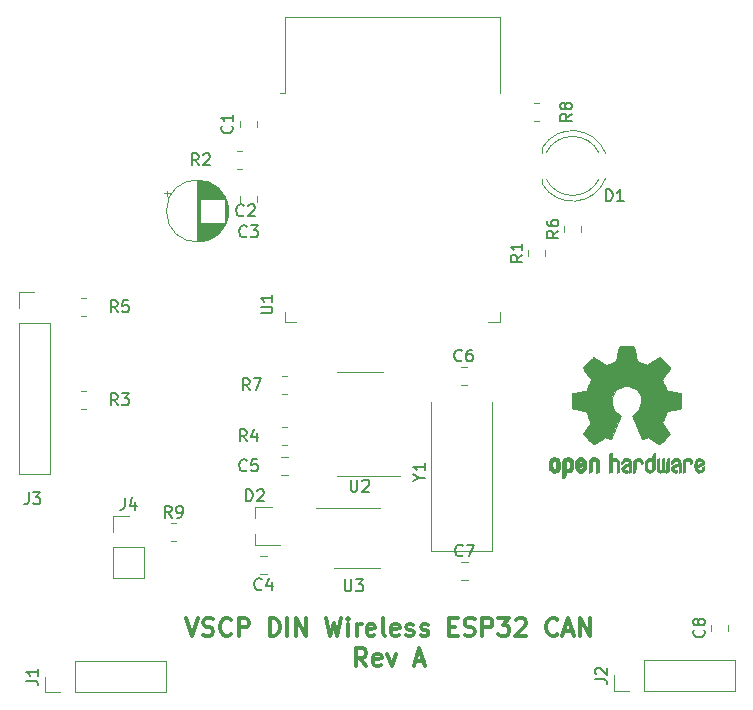
<source format=gbr>
%TF.GenerationSoftware,KiCad,Pcbnew,5.1.9+dfsg1-1*%
%TF.CreationDate,2021-05-25T15:32:43+02:00*%
%TF.ProjectId,vscp-din-wireless-esp32-can,76736370-2d64-4696-9e2d-776972656c65,rev?*%
%TF.SameCoordinates,Original*%
%TF.FileFunction,Legend,Top*%
%TF.FilePolarity,Positive*%
%FSLAX46Y46*%
G04 Gerber Fmt 4.6, Leading zero omitted, Abs format (unit mm)*
G04 Created by KiCad (PCBNEW 5.1.9+dfsg1-1) date 2021-05-25 15:32:43*
%MOMM*%
%LPD*%
G01*
G04 APERTURE LIST*
%ADD10C,0.300000*%
%ADD11C,0.120000*%
%ADD12C,0.010000*%
%ADD13C,0.150000*%
G04 APERTURE END LIST*
D10*
X130867714Y-92645571D02*
X131367714Y-94145571D01*
X131867714Y-92645571D01*
X132296285Y-94074142D02*
X132510571Y-94145571D01*
X132867714Y-94145571D01*
X133010571Y-94074142D01*
X133081999Y-94002714D01*
X133153428Y-93859857D01*
X133153428Y-93717000D01*
X133081999Y-93574142D01*
X133010571Y-93502714D01*
X132867714Y-93431285D01*
X132581999Y-93359857D01*
X132439142Y-93288428D01*
X132367714Y-93217000D01*
X132296285Y-93074142D01*
X132296285Y-92931285D01*
X132367714Y-92788428D01*
X132439142Y-92717000D01*
X132581999Y-92645571D01*
X132939142Y-92645571D01*
X133153428Y-92717000D01*
X134653428Y-94002714D02*
X134582000Y-94074142D01*
X134367714Y-94145571D01*
X134224857Y-94145571D01*
X134010571Y-94074142D01*
X133867714Y-93931285D01*
X133796285Y-93788428D01*
X133724857Y-93502714D01*
X133724857Y-93288428D01*
X133796285Y-93002714D01*
X133867714Y-92859857D01*
X134010571Y-92717000D01*
X134224857Y-92645571D01*
X134367714Y-92645571D01*
X134582000Y-92717000D01*
X134653428Y-92788428D01*
X135296285Y-94145571D02*
X135296285Y-92645571D01*
X135867714Y-92645571D01*
X136010571Y-92717000D01*
X136082000Y-92788428D01*
X136153428Y-92931285D01*
X136153428Y-93145571D01*
X136082000Y-93288428D01*
X136010571Y-93359857D01*
X135867714Y-93431285D01*
X135296285Y-93431285D01*
X137939142Y-94145571D02*
X137939142Y-92645571D01*
X138296285Y-92645571D01*
X138510571Y-92717000D01*
X138653428Y-92859857D01*
X138724857Y-93002714D01*
X138796285Y-93288428D01*
X138796285Y-93502714D01*
X138724857Y-93788428D01*
X138653428Y-93931285D01*
X138510571Y-94074142D01*
X138296285Y-94145571D01*
X137939142Y-94145571D01*
X139439142Y-94145571D02*
X139439142Y-92645571D01*
X140153428Y-94145571D02*
X140153428Y-92645571D01*
X141010571Y-94145571D01*
X141010571Y-92645571D01*
X142724857Y-92645571D02*
X143082000Y-94145571D01*
X143367714Y-93074142D01*
X143653428Y-94145571D01*
X144010571Y-92645571D01*
X144582000Y-94145571D02*
X144582000Y-93145571D01*
X144582000Y-92645571D02*
X144510571Y-92717000D01*
X144582000Y-92788428D01*
X144653428Y-92717000D01*
X144582000Y-92645571D01*
X144582000Y-92788428D01*
X145296285Y-94145571D02*
X145296285Y-93145571D01*
X145296285Y-93431285D02*
X145367714Y-93288428D01*
X145439142Y-93217000D01*
X145582000Y-93145571D01*
X145724857Y-93145571D01*
X146796285Y-94074142D02*
X146653428Y-94145571D01*
X146367714Y-94145571D01*
X146224857Y-94074142D01*
X146153428Y-93931285D01*
X146153428Y-93359857D01*
X146224857Y-93217000D01*
X146367714Y-93145571D01*
X146653428Y-93145571D01*
X146796285Y-93217000D01*
X146867714Y-93359857D01*
X146867714Y-93502714D01*
X146153428Y-93645571D01*
X147724857Y-94145571D02*
X147582000Y-94074142D01*
X147510571Y-93931285D01*
X147510571Y-92645571D01*
X148867714Y-94074142D02*
X148724857Y-94145571D01*
X148439142Y-94145571D01*
X148296285Y-94074142D01*
X148224857Y-93931285D01*
X148224857Y-93359857D01*
X148296285Y-93217000D01*
X148439142Y-93145571D01*
X148724857Y-93145571D01*
X148867714Y-93217000D01*
X148939142Y-93359857D01*
X148939142Y-93502714D01*
X148224857Y-93645571D01*
X149510571Y-94074142D02*
X149653428Y-94145571D01*
X149939142Y-94145571D01*
X150082000Y-94074142D01*
X150153428Y-93931285D01*
X150153428Y-93859857D01*
X150082000Y-93717000D01*
X149939142Y-93645571D01*
X149724857Y-93645571D01*
X149582000Y-93574142D01*
X149510571Y-93431285D01*
X149510571Y-93359857D01*
X149582000Y-93217000D01*
X149724857Y-93145571D01*
X149939142Y-93145571D01*
X150082000Y-93217000D01*
X150724857Y-94074142D02*
X150867714Y-94145571D01*
X151153428Y-94145571D01*
X151296285Y-94074142D01*
X151367714Y-93931285D01*
X151367714Y-93859857D01*
X151296285Y-93717000D01*
X151153428Y-93645571D01*
X150939142Y-93645571D01*
X150796285Y-93574142D01*
X150724857Y-93431285D01*
X150724857Y-93359857D01*
X150796285Y-93217000D01*
X150939142Y-93145571D01*
X151153428Y-93145571D01*
X151296285Y-93217000D01*
X153153428Y-93359857D02*
X153653428Y-93359857D01*
X153867714Y-94145571D02*
X153153428Y-94145571D01*
X153153428Y-92645571D01*
X153867714Y-92645571D01*
X154439142Y-94074142D02*
X154653428Y-94145571D01*
X155010571Y-94145571D01*
X155153428Y-94074142D01*
X155224857Y-94002714D01*
X155296285Y-93859857D01*
X155296285Y-93717000D01*
X155224857Y-93574142D01*
X155153428Y-93502714D01*
X155010571Y-93431285D01*
X154724857Y-93359857D01*
X154582000Y-93288428D01*
X154510571Y-93217000D01*
X154439142Y-93074142D01*
X154439142Y-92931285D01*
X154510571Y-92788428D01*
X154582000Y-92717000D01*
X154724857Y-92645571D01*
X155082000Y-92645571D01*
X155296285Y-92717000D01*
X155939142Y-94145571D02*
X155939142Y-92645571D01*
X156510571Y-92645571D01*
X156653428Y-92717000D01*
X156724857Y-92788428D01*
X156796285Y-92931285D01*
X156796285Y-93145571D01*
X156724857Y-93288428D01*
X156653428Y-93359857D01*
X156510571Y-93431285D01*
X155939142Y-93431285D01*
X157296285Y-92645571D02*
X158224857Y-92645571D01*
X157724857Y-93217000D01*
X157939142Y-93217000D01*
X158082000Y-93288428D01*
X158153428Y-93359857D01*
X158224857Y-93502714D01*
X158224857Y-93859857D01*
X158153428Y-94002714D01*
X158082000Y-94074142D01*
X157939142Y-94145571D01*
X157510571Y-94145571D01*
X157367714Y-94074142D01*
X157296285Y-94002714D01*
X158796285Y-92788428D02*
X158867714Y-92717000D01*
X159010571Y-92645571D01*
X159367714Y-92645571D01*
X159510571Y-92717000D01*
X159582000Y-92788428D01*
X159653428Y-92931285D01*
X159653428Y-93074142D01*
X159582000Y-93288428D01*
X158724857Y-94145571D01*
X159653428Y-94145571D01*
X162296285Y-94002714D02*
X162224857Y-94074142D01*
X162010571Y-94145571D01*
X161867714Y-94145571D01*
X161653428Y-94074142D01*
X161510571Y-93931285D01*
X161439142Y-93788428D01*
X161367714Y-93502714D01*
X161367714Y-93288428D01*
X161439142Y-93002714D01*
X161510571Y-92859857D01*
X161653428Y-92717000D01*
X161867714Y-92645571D01*
X162010571Y-92645571D01*
X162224857Y-92717000D01*
X162296285Y-92788428D01*
X162867714Y-93717000D02*
X163582000Y-93717000D01*
X162724857Y-94145571D02*
X163224857Y-92645571D01*
X163724857Y-94145571D01*
X164224857Y-94145571D02*
X164224857Y-92645571D01*
X165082000Y-94145571D01*
X165082000Y-92645571D01*
X146117714Y-96695571D02*
X145617714Y-95981285D01*
X145260571Y-96695571D02*
X145260571Y-95195571D01*
X145832000Y-95195571D01*
X145974857Y-95267000D01*
X146046285Y-95338428D01*
X146117714Y-95481285D01*
X146117714Y-95695571D01*
X146046285Y-95838428D01*
X145974857Y-95909857D01*
X145832000Y-95981285D01*
X145260571Y-95981285D01*
X147332000Y-96624142D02*
X147189142Y-96695571D01*
X146903428Y-96695571D01*
X146760571Y-96624142D01*
X146689142Y-96481285D01*
X146689142Y-95909857D01*
X146760571Y-95767000D01*
X146903428Y-95695571D01*
X147189142Y-95695571D01*
X147332000Y-95767000D01*
X147403428Y-95909857D01*
X147403428Y-96052714D01*
X146689142Y-96195571D01*
X147903428Y-95695571D02*
X148260571Y-96695571D01*
X148617714Y-95695571D01*
X150260571Y-96267000D02*
X150974857Y-96267000D01*
X150117714Y-96695571D02*
X150617714Y-95195571D01*
X151117714Y-96695571D01*
D11*
%TO.C,J1*%
X118870000Y-98930000D02*
X118870000Y-97600000D01*
X120200000Y-98930000D02*
X118870000Y-98930000D01*
X121470000Y-98930000D02*
X121470000Y-96270000D01*
X121470000Y-96270000D02*
X129150000Y-96270000D01*
X121470000Y-98930000D02*
X129150000Y-98930000D01*
X129150000Y-98930000D02*
X129150000Y-96270000D01*
%TO.C,Y1*%
X156728000Y-86964000D02*
X156728000Y-74364000D01*
X151628000Y-86964000D02*
X156728000Y-86964000D01*
X151628000Y-74364000D02*
X151628000Y-86964000D01*
%TO.C,U3*%
X145288000Y-83292000D02*
X141838000Y-83292000D01*
X145288000Y-83292000D02*
X147238000Y-83292000D01*
X145288000Y-88412000D02*
X143338000Y-88412000D01*
X145288000Y-88412000D02*
X147238000Y-88412000D01*
%TO.C,U2*%
X145542000Y-80635000D02*
X148992000Y-80635000D01*
X145542000Y-80635000D02*
X143592000Y-80635000D01*
X145542000Y-71765000D02*
X147492000Y-71765000D01*
X145542000Y-71765000D02*
X143592000Y-71765000D01*
%TO.C,R9*%
X129566936Y-86079000D02*
X130021064Y-86079000D01*
X129566936Y-84609000D02*
X130021064Y-84609000D01*
%TO.C,R7*%
X139419064Y-72163000D02*
X138964936Y-72163000D01*
X139419064Y-73633000D02*
X138964936Y-73633000D01*
%TO.C,R4*%
X138964936Y-77951000D02*
X139419064Y-77951000D01*
X138964936Y-76481000D02*
X139419064Y-76481000D01*
%TO.C,J4*%
X124654000Y-84014000D02*
X125984000Y-84014000D01*
X124654000Y-85344000D02*
X124654000Y-84014000D01*
X124654000Y-86614000D02*
X127314000Y-86614000D01*
X127314000Y-86614000D02*
X127314000Y-89214000D01*
X124654000Y-86614000D02*
X124654000Y-89214000D01*
X124654000Y-89214000D02*
X127314000Y-89214000D01*
%TO.C,D2*%
X136654000Y-83256000D02*
X138114000Y-83256000D01*
X136654000Y-86416000D02*
X138814000Y-86416000D01*
X136654000Y-86416000D02*
X136654000Y-85486000D01*
X136654000Y-83256000D02*
X136654000Y-84186000D01*
%TO.C,C7*%
X154170748Y-89381000D02*
X154693252Y-89381000D01*
X154170748Y-87911000D02*
X154693252Y-87911000D01*
%TO.C,C6*%
X154104748Y-72871000D02*
X154627252Y-72871000D01*
X154104748Y-71401000D02*
X154627252Y-71401000D01*
%TO.C,C5*%
X139453252Y-79021000D02*
X138930748Y-79021000D01*
X139453252Y-80491000D02*
X138930748Y-80491000D01*
%TO.C,C4*%
X137675252Y-87403000D02*
X137152748Y-87403000D01*
X137675252Y-88873000D02*
X137152748Y-88873000D01*
D12*
%TO.C,REF\u002A\u002A*%
G36*
X168357014Y-69636998D02*
G01*
X168515006Y-69637863D01*
X168629347Y-69640205D01*
X168707407Y-69644762D01*
X168756554Y-69652270D01*
X168784159Y-69663466D01*
X168797592Y-69679088D01*
X168804221Y-69699873D01*
X168804865Y-69702563D01*
X168814935Y-69751113D01*
X168833575Y-69846905D01*
X168858845Y-69979743D01*
X168888807Y-70139431D01*
X168921522Y-70315774D01*
X168922664Y-70321967D01*
X168955433Y-70494782D01*
X168986093Y-70647469D01*
X169012664Y-70770871D01*
X169033167Y-70855831D01*
X169045626Y-70893190D01*
X169046220Y-70893852D01*
X169082919Y-70912095D01*
X169158586Y-70942497D01*
X169256878Y-70978493D01*
X169257425Y-70978685D01*
X169381233Y-71025222D01*
X169527196Y-71084504D01*
X169664781Y-71144109D01*
X169671293Y-71147056D01*
X169895390Y-71248765D01*
X170391619Y-70909897D01*
X170543846Y-70806592D01*
X170681741Y-70714237D01*
X170797315Y-70638084D01*
X170882579Y-70583385D01*
X170929544Y-70555393D01*
X170934004Y-70553317D01*
X170968134Y-70562560D01*
X171031881Y-70607156D01*
X171127731Y-70689209D01*
X171258169Y-70810821D01*
X171391328Y-70940205D01*
X171519694Y-71067702D01*
X171634581Y-71184046D01*
X171729073Y-71282052D01*
X171796253Y-71354536D01*
X171829206Y-71394313D01*
X171830432Y-71396361D01*
X171834074Y-71423656D01*
X171820350Y-71468234D01*
X171785869Y-71536112D01*
X171727239Y-71633311D01*
X171641070Y-71765851D01*
X171526200Y-71936476D01*
X171424254Y-72086655D01*
X171333123Y-72221350D01*
X171258073Y-72332740D01*
X171204369Y-72413005D01*
X171177280Y-72454325D01*
X171175574Y-72457130D01*
X171178882Y-72496721D01*
X171203953Y-72573669D01*
X171245798Y-72673432D01*
X171260712Y-72705291D01*
X171325786Y-72847226D01*
X171395212Y-73008273D01*
X171451609Y-73147621D01*
X171492247Y-73251044D01*
X171524526Y-73329642D01*
X171543178Y-73370720D01*
X171545497Y-73373885D01*
X171579803Y-73379128D01*
X171660669Y-73393494D01*
X171777343Y-73414937D01*
X171919075Y-73441413D01*
X172075110Y-73470877D01*
X172234698Y-73501283D01*
X172387085Y-73530588D01*
X172521521Y-73556745D01*
X172627252Y-73577710D01*
X172693526Y-73591439D01*
X172709782Y-73595320D01*
X172726573Y-73604900D01*
X172739249Y-73626536D01*
X172748378Y-73667531D01*
X172754531Y-73735189D01*
X172758280Y-73836812D01*
X172760192Y-73979703D01*
X172760840Y-74171165D01*
X172760874Y-74249645D01*
X172760874Y-74887906D01*
X172607598Y-74918160D01*
X172522322Y-74934564D01*
X172395070Y-74958509D01*
X172241315Y-74987107D01*
X172076534Y-75017467D01*
X172030989Y-75025806D01*
X171878932Y-75055370D01*
X171746468Y-75084442D01*
X171644714Y-75110329D01*
X171584788Y-75130337D01*
X171574805Y-75136301D01*
X171550293Y-75178534D01*
X171515148Y-75260370D01*
X171476173Y-75365683D01*
X171468442Y-75388368D01*
X171417360Y-75529018D01*
X171353954Y-75687714D01*
X171291904Y-75830225D01*
X171291598Y-75830886D01*
X171188267Y-76054440D01*
X171867961Y-77054232D01*
X171431621Y-77491300D01*
X171299649Y-77621381D01*
X171179279Y-77736048D01*
X171077273Y-77829181D01*
X171000391Y-77894658D01*
X170955393Y-77926357D01*
X170948938Y-77928368D01*
X170911040Y-77912529D01*
X170833708Y-77868496D01*
X170725389Y-77801490D01*
X170594532Y-77716734D01*
X170453052Y-77621816D01*
X170309461Y-77524998D01*
X170181435Y-77440751D01*
X170077105Y-77374258D01*
X170004600Y-77330702D01*
X169972158Y-77315264D01*
X169932576Y-77328328D01*
X169857519Y-77362750D01*
X169762468Y-77411380D01*
X169752392Y-77416785D01*
X169624391Y-77480980D01*
X169536618Y-77512463D01*
X169482028Y-77512798D01*
X169453575Y-77483548D01*
X169453410Y-77483138D01*
X169439188Y-77448498D01*
X169405269Y-77366269D01*
X169354284Y-77242814D01*
X169288862Y-77084498D01*
X169211634Y-76897686D01*
X169125229Y-76688742D01*
X169041551Y-76486446D01*
X168949588Y-76263200D01*
X168865150Y-76056392D01*
X168790769Y-75872362D01*
X168728974Y-75717451D01*
X168682297Y-75597996D01*
X168653268Y-75520339D01*
X168644322Y-75491356D01*
X168666756Y-75458110D01*
X168725439Y-75405123D01*
X168803689Y-75346704D01*
X169026534Y-75161952D01*
X169200718Y-74950182D01*
X169324154Y-74715856D01*
X169394754Y-74463434D01*
X169410431Y-74197377D01*
X169399036Y-74074575D01*
X169336950Y-73819793D01*
X169230023Y-73594801D01*
X169084889Y-73401817D01*
X168908178Y-73243061D01*
X168706522Y-73120750D01*
X168486554Y-73037105D01*
X168254906Y-72994344D01*
X168018209Y-72994687D01*
X167783095Y-73040352D01*
X167556196Y-73133559D01*
X167344144Y-73276527D01*
X167255636Y-73357383D01*
X167085889Y-73565007D01*
X166967699Y-73791895D01*
X166900278Y-74031433D01*
X166882840Y-74277007D01*
X166914598Y-74522003D01*
X166994765Y-74759808D01*
X167122555Y-74983807D01*
X167297180Y-75187387D01*
X167492312Y-75346704D01*
X167573591Y-75407602D01*
X167631009Y-75460015D01*
X167651678Y-75491406D01*
X167640856Y-75525639D01*
X167610077Y-75607419D01*
X167561874Y-75730407D01*
X167498778Y-75888263D01*
X167423322Y-76074649D01*
X167338038Y-76283226D01*
X167254219Y-76486496D01*
X167161745Y-76709933D01*
X167076089Y-76916984D01*
X166999882Y-77101286D01*
X166935753Y-77256475D01*
X166886332Y-77376188D01*
X166854248Y-77454061D01*
X166842359Y-77483138D01*
X166814274Y-77512677D01*
X166759949Y-77512591D01*
X166672395Y-77481326D01*
X166544619Y-77417329D01*
X166543608Y-77416785D01*
X166447402Y-77367121D01*
X166369631Y-77330945D01*
X166325777Y-77315408D01*
X166323842Y-77315264D01*
X166290829Y-77331024D01*
X166217946Y-77374850D01*
X166113322Y-77441557D01*
X165985090Y-77525964D01*
X165842948Y-77621816D01*
X165698233Y-77718867D01*
X165567804Y-77803270D01*
X165460110Y-77869801D01*
X165383598Y-77913238D01*
X165347062Y-77928368D01*
X165313418Y-77908482D01*
X165245776Y-77852903D01*
X165150893Y-77767754D01*
X165035530Y-77659153D01*
X164906445Y-77533221D01*
X164864229Y-77491149D01*
X164427739Y-77053931D01*
X164759977Y-76566340D01*
X164860946Y-76416605D01*
X164949562Y-76282220D01*
X165020854Y-76170969D01*
X165069850Y-76090639D01*
X165091578Y-76049014D01*
X165092215Y-76046053D01*
X165080760Y-76006818D01*
X165049949Y-75927895D01*
X165005116Y-75822509D01*
X164973647Y-75751954D01*
X164914808Y-75616876D01*
X164859396Y-75480409D01*
X164816436Y-75365103D01*
X164804766Y-75329977D01*
X164771611Y-75236174D01*
X164739201Y-75163694D01*
X164721399Y-75136301D01*
X164682114Y-75119536D01*
X164596374Y-75095770D01*
X164475303Y-75067697D01*
X164330027Y-75038009D01*
X164265012Y-75025806D01*
X164099913Y-74995468D01*
X163941552Y-74966093D01*
X163805404Y-74940569D01*
X163706943Y-74921785D01*
X163688402Y-74918160D01*
X163535127Y-74887906D01*
X163535127Y-74249645D01*
X163535471Y-74039770D01*
X163536884Y-73880980D01*
X163539936Y-73765973D01*
X163545197Y-73687446D01*
X163553237Y-73638096D01*
X163564627Y-73610619D01*
X163579937Y-73597713D01*
X163586218Y-73595320D01*
X163624104Y-73586833D01*
X163707805Y-73569900D01*
X163826567Y-73546566D01*
X163969639Y-73518875D01*
X164126268Y-73488873D01*
X164285703Y-73458604D01*
X164437191Y-73430115D01*
X164569981Y-73405449D01*
X164673319Y-73386651D01*
X164736455Y-73375767D01*
X164750503Y-73373885D01*
X164763230Y-73348704D01*
X164791400Y-73281622D01*
X164829748Y-73185333D01*
X164844391Y-73147621D01*
X164903452Y-73001921D01*
X164973000Y-72840951D01*
X165035288Y-72705291D01*
X165081121Y-72601561D01*
X165111613Y-72516326D01*
X165121792Y-72464126D01*
X165120169Y-72457130D01*
X165098657Y-72424102D01*
X165049535Y-72350643D01*
X164978077Y-72244577D01*
X164889555Y-72113726D01*
X164789241Y-71965912D01*
X164769406Y-71936734D01*
X164653012Y-71763863D01*
X164567452Y-71632226D01*
X164509316Y-71535761D01*
X164475192Y-71468408D01*
X164461669Y-71424106D01*
X164465336Y-71396794D01*
X164465430Y-71396620D01*
X164494293Y-71360746D01*
X164558133Y-71291391D01*
X164650031Y-71195745D01*
X164763067Y-71080999D01*
X164890321Y-70954341D01*
X164904672Y-70940205D01*
X165065043Y-70784903D01*
X165188805Y-70670870D01*
X165278445Y-70596002D01*
X165336448Y-70558196D01*
X165361996Y-70553317D01*
X165399282Y-70574603D01*
X165476657Y-70623773D01*
X165586133Y-70695575D01*
X165719720Y-70784755D01*
X165869430Y-70886063D01*
X165904382Y-70909897D01*
X166400610Y-71248765D01*
X166624707Y-71147056D01*
X166760989Y-71087783D01*
X166907276Y-71028170D01*
X167033035Y-70980640D01*
X167038575Y-70978685D01*
X167136943Y-70942677D01*
X167212771Y-70912229D01*
X167249718Y-70893905D01*
X167249780Y-70893852D01*
X167261504Y-70860729D01*
X167281432Y-70779267D01*
X167307587Y-70658625D01*
X167337990Y-70507959D01*
X167370663Y-70336428D01*
X167373336Y-70321967D01*
X167406110Y-70145235D01*
X167436198Y-69984810D01*
X167461661Y-69850888D01*
X167480559Y-69753663D01*
X167490953Y-69703332D01*
X167491135Y-69702563D01*
X167497461Y-69681153D01*
X167509761Y-69664988D01*
X167535406Y-69653331D01*
X167581765Y-69645445D01*
X167656208Y-69640593D01*
X167766105Y-69638039D01*
X167918825Y-69637045D01*
X168121738Y-69636874D01*
X168148000Y-69636874D01*
X168357014Y-69636998D01*
G37*
X168357014Y-69636998D02*
X168515006Y-69637863D01*
X168629347Y-69640205D01*
X168707407Y-69644762D01*
X168756554Y-69652270D01*
X168784159Y-69663466D01*
X168797592Y-69679088D01*
X168804221Y-69699873D01*
X168804865Y-69702563D01*
X168814935Y-69751113D01*
X168833575Y-69846905D01*
X168858845Y-69979743D01*
X168888807Y-70139431D01*
X168921522Y-70315774D01*
X168922664Y-70321967D01*
X168955433Y-70494782D01*
X168986093Y-70647469D01*
X169012664Y-70770871D01*
X169033167Y-70855831D01*
X169045626Y-70893190D01*
X169046220Y-70893852D01*
X169082919Y-70912095D01*
X169158586Y-70942497D01*
X169256878Y-70978493D01*
X169257425Y-70978685D01*
X169381233Y-71025222D01*
X169527196Y-71084504D01*
X169664781Y-71144109D01*
X169671293Y-71147056D01*
X169895390Y-71248765D01*
X170391619Y-70909897D01*
X170543846Y-70806592D01*
X170681741Y-70714237D01*
X170797315Y-70638084D01*
X170882579Y-70583385D01*
X170929544Y-70555393D01*
X170934004Y-70553317D01*
X170968134Y-70562560D01*
X171031881Y-70607156D01*
X171127731Y-70689209D01*
X171258169Y-70810821D01*
X171391328Y-70940205D01*
X171519694Y-71067702D01*
X171634581Y-71184046D01*
X171729073Y-71282052D01*
X171796253Y-71354536D01*
X171829206Y-71394313D01*
X171830432Y-71396361D01*
X171834074Y-71423656D01*
X171820350Y-71468234D01*
X171785869Y-71536112D01*
X171727239Y-71633311D01*
X171641070Y-71765851D01*
X171526200Y-71936476D01*
X171424254Y-72086655D01*
X171333123Y-72221350D01*
X171258073Y-72332740D01*
X171204369Y-72413005D01*
X171177280Y-72454325D01*
X171175574Y-72457130D01*
X171178882Y-72496721D01*
X171203953Y-72573669D01*
X171245798Y-72673432D01*
X171260712Y-72705291D01*
X171325786Y-72847226D01*
X171395212Y-73008273D01*
X171451609Y-73147621D01*
X171492247Y-73251044D01*
X171524526Y-73329642D01*
X171543178Y-73370720D01*
X171545497Y-73373885D01*
X171579803Y-73379128D01*
X171660669Y-73393494D01*
X171777343Y-73414937D01*
X171919075Y-73441413D01*
X172075110Y-73470877D01*
X172234698Y-73501283D01*
X172387085Y-73530588D01*
X172521521Y-73556745D01*
X172627252Y-73577710D01*
X172693526Y-73591439D01*
X172709782Y-73595320D01*
X172726573Y-73604900D01*
X172739249Y-73626536D01*
X172748378Y-73667531D01*
X172754531Y-73735189D01*
X172758280Y-73836812D01*
X172760192Y-73979703D01*
X172760840Y-74171165D01*
X172760874Y-74249645D01*
X172760874Y-74887906D01*
X172607598Y-74918160D01*
X172522322Y-74934564D01*
X172395070Y-74958509D01*
X172241315Y-74987107D01*
X172076534Y-75017467D01*
X172030989Y-75025806D01*
X171878932Y-75055370D01*
X171746468Y-75084442D01*
X171644714Y-75110329D01*
X171584788Y-75130337D01*
X171574805Y-75136301D01*
X171550293Y-75178534D01*
X171515148Y-75260370D01*
X171476173Y-75365683D01*
X171468442Y-75388368D01*
X171417360Y-75529018D01*
X171353954Y-75687714D01*
X171291904Y-75830225D01*
X171291598Y-75830886D01*
X171188267Y-76054440D01*
X171867961Y-77054232D01*
X171431621Y-77491300D01*
X171299649Y-77621381D01*
X171179279Y-77736048D01*
X171077273Y-77829181D01*
X171000391Y-77894658D01*
X170955393Y-77926357D01*
X170948938Y-77928368D01*
X170911040Y-77912529D01*
X170833708Y-77868496D01*
X170725389Y-77801490D01*
X170594532Y-77716734D01*
X170453052Y-77621816D01*
X170309461Y-77524998D01*
X170181435Y-77440751D01*
X170077105Y-77374258D01*
X170004600Y-77330702D01*
X169972158Y-77315264D01*
X169932576Y-77328328D01*
X169857519Y-77362750D01*
X169762468Y-77411380D01*
X169752392Y-77416785D01*
X169624391Y-77480980D01*
X169536618Y-77512463D01*
X169482028Y-77512798D01*
X169453575Y-77483548D01*
X169453410Y-77483138D01*
X169439188Y-77448498D01*
X169405269Y-77366269D01*
X169354284Y-77242814D01*
X169288862Y-77084498D01*
X169211634Y-76897686D01*
X169125229Y-76688742D01*
X169041551Y-76486446D01*
X168949588Y-76263200D01*
X168865150Y-76056392D01*
X168790769Y-75872362D01*
X168728974Y-75717451D01*
X168682297Y-75597996D01*
X168653268Y-75520339D01*
X168644322Y-75491356D01*
X168666756Y-75458110D01*
X168725439Y-75405123D01*
X168803689Y-75346704D01*
X169026534Y-75161952D01*
X169200718Y-74950182D01*
X169324154Y-74715856D01*
X169394754Y-74463434D01*
X169410431Y-74197377D01*
X169399036Y-74074575D01*
X169336950Y-73819793D01*
X169230023Y-73594801D01*
X169084889Y-73401817D01*
X168908178Y-73243061D01*
X168706522Y-73120750D01*
X168486554Y-73037105D01*
X168254906Y-72994344D01*
X168018209Y-72994687D01*
X167783095Y-73040352D01*
X167556196Y-73133559D01*
X167344144Y-73276527D01*
X167255636Y-73357383D01*
X167085889Y-73565007D01*
X166967699Y-73791895D01*
X166900278Y-74031433D01*
X166882840Y-74277007D01*
X166914598Y-74522003D01*
X166994765Y-74759808D01*
X167122555Y-74983807D01*
X167297180Y-75187387D01*
X167492312Y-75346704D01*
X167573591Y-75407602D01*
X167631009Y-75460015D01*
X167651678Y-75491406D01*
X167640856Y-75525639D01*
X167610077Y-75607419D01*
X167561874Y-75730407D01*
X167498778Y-75888263D01*
X167423322Y-76074649D01*
X167338038Y-76283226D01*
X167254219Y-76486496D01*
X167161745Y-76709933D01*
X167076089Y-76916984D01*
X166999882Y-77101286D01*
X166935753Y-77256475D01*
X166886332Y-77376188D01*
X166854248Y-77454061D01*
X166842359Y-77483138D01*
X166814274Y-77512677D01*
X166759949Y-77512591D01*
X166672395Y-77481326D01*
X166544619Y-77417329D01*
X166543608Y-77416785D01*
X166447402Y-77367121D01*
X166369631Y-77330945D01*
X166325777Y-77315408D01*
X166323842Y-77315264D01*
X166290829Y-77331024D01*
X166217946Y-77374850D01*
X166113322Y-77441557D01*
X165985090Y-77525964D01*
X165842948Y-77621816D01*
X165698233Y-77718867D01*
X165567804Y-77803270D01*
X165460110Y-77869801D01*
X165383598Y-77913238D01*
X165347062Y-77928368D01*
X165313418Y-77908482D01*
X165245776Y-77852903D01*
X165150893Y-77767754D01*
X165035530Y-77659153D01*
X164906445Y-77533221D01*
X164864229Y-77491149D01*
X164427739Y-77053931D01*
X164759977Y-76566340D01*
X164860946Y-76416605D01*
X164949562Y-76282220D01*
X165020854Y-76170969D01*
X165069850Y-76090639D01*
X165091578Y-76049014D01*
X165092215Y-76046053D01*
X165080760Y-76006818D01*
X165049949Y-75927895D01*
X165005116Y-75822509D01*
X164973647Y-75751954D01*
X164914808Y-75616876D01*
X164859396Y-75480409D01*
X164816436Y-75365103D01*
X164804766Y-75329977D01*
X164771611Y-75236174D01*
X164739201Y-75163694D01*
X164721399Y-75136301D01*
X164682114Y-75119536D01*
X164596374Y-75095770D01*
X164475303Y-75067697D01*
X164330027Y-75038009D01*
X164265012Y-75025806D01*
X164099913Y-74995468D01*
X163941552Y-74966093D01*
X163805404Y-74940569D01*
X163706943Y-74921785D01*
X163688402Y-74918160D01*
X163535127Y-74887906D01*
X163535127Y-74249645D01*
X163535471Y-74039770D01*
X163536884Y-73880980D01*
X163539936Y-73765973D01*
X163545197Y-73687446D01*
X163553237Y-73638096D01*
X163564627Y-73610619D01*
X163579937Y-73597713D01*
X163586218Y-73595320D01*
X163624104Y-73586833D01*
X163707805Y-73569900D01*
X163826567Y-73546566D01*
X163969639Y-73518875D01*
X164126268Y-73488873D01*
X164285703Y-73458604D01*
X164437191Y-73430115D01*
X164569981Y-73405449D01*
X164673319Y-73386651D01*
X164736455Y-73375767D01*
X164750503Y-73373885D01*
X164763230Y-73348704D01*
X164791400Y-73281622D01*
X164829748Y-73185333D01*
X164844391Y-73147621D01*
X164903452Y-73001921D01*
X164973000Y-72840951D01*
X165035288Y-72705291D01*
X165081121Y-72601561D01*
X165111613Y-72516326D01*
X165121792Y-72464126D01*
X165120169Y-72457130D01*
X165098657Y-72424102D01*
X165049535Y-72350643D01*
X164978077Y-72244577D01*
X164889555Y-72113726D01*
X164789241Y-71965912D01*
X164769406Y-71936734D01*
X164653012Y-71763863D01*
X164567452Y-71632226D01*
X164509316Y-71535761D01*
X164475192Y-71468408D01*
X164461669Y-71424106D01*
X164465336Y-71396794D01*
X164465430Y-71396620D01*
X164494293Y-71360746D01*
X164558133Y-71291391D01*
X164650031Y-71195745D01*
X164763067Y-71080999D01*
X164890321Y-70954341D01*
X164904672Y-70940205D01*
X165065043Y-70784903D01*
X165188805Y-70670870D01*
X165278445Y-70596002D01*
X165336448Y-70558196D01*
X165361996Y-70553317D01*
X165399282Y-70574603D01*
X165476657Y-70623773D01*
X165586133Y-70695575D01*
X165719720Y-70784755D01*
X165869430Y-70886063D01*
X165904382Y-70909897D01*
X166400610Y-71248765D01*
X166624707Y-71147056D01*
X166760989Y-71087783D01*
X166907276Y-71028170D01*
X167033035Y-70980640D01*
X167038575Y-70978685D01*
X167136943Y-70942677D01*
X167212771Y-70912229D01*
X167249718Y-70893905D01*
X167249780Y-70893852D01*
X167261504Y-70860729D01*
X167281432Y-70779267D01*
X167307587Y-70658625D01*
X167337990Y-70507959D01*
X167370663Y-70336428D01*
X167373336Y-70321967D01*
X167406110Y-70145235D01*
X167436198Y-69984810D01*
X167461661Y-69850888D01*
X167480559Y-69753663D01*
X167490953Y-69703332D01*
X167491135Y-69702563D01*
X167497461Y-69681153D01*
X167509761Y-69664988D01*
X167535406Y-69653331D01*
X167581765Y-69645445D01*
X167656208Y-69640593D01*
X167766105Y-69638039D01*
X167918825Y-69637045D01*
X168121738Y-69636874D01*
X168148000Y-69636874D01*
X168357014Y-69636998D01*
G36*
X174491439Y-79140540D02*
G01*
X174606950Y-79216034D01*
X174662664Y-79283617D01*
X174706804Y-79406255D01*
X174710309Y-79503298D01*
X174702368Y-79633056D01*
X174403115Y-79764039D01*
X174257611Y-79830958D01*
X174162537Y-79884790D01*
X174113101Y-79931416D01*
X174104511Y-79976720D01*
X174131972Y-80026582D01*
X174162253Y-80059632D01*
X174250363Y-80112633D01*
X174346196Y-80116347D01*
X174434212Y-80075041D01*
X174498869Y-79992983D01*
X174510433Y-79964008D01*
X174565825Y-79873509D01*
X174629553Y-79834940D01*
X174716966Y-79801946D01*
X174716966Y-79927034D01*
X174709238Y-80012156D01*
X174678966Y-80083938D01*
X174615518Y-80166356D01*
X174606088Y-80177066D01*
X174535513Y-80250391D01*
X174474847Y-80289742D01*
X174398950Y-80307845D01*
X174336030Y-80313774D01*
X174223487Y-80315251D01*
X174143370Y-80296535D01*
X174093390Y-80268747D01*
X174014838Y-80207641D01*
X173960463Y-80141554D01*
X173926052Y-80058441D01*
X173907388Y-79946254D01*
X173900256Y-79792946D01*
X173899687Y-79715136D01*
X173901622Y-79621853D01*
X174077899Y-79621853D01*
X174079944Y-79671896D01*
X174085039Y-79680092D01*
X174118666Y-79668958D01*
X174191030Y-79639493D01*
X174287747Y-79597601D01*
X174307973Y-79588597D01*
X174430203Y-79526442D01*
X174497547Y-79471815D01*
X174512348Y-79420649D01*
X174476947Y-79368876D01*
X174447711Y-79346000D01*
X174342216Y-79300250D01*
X174243476Y-79307808D01*
X174160812Y-79363651D01*
X174103548Y-79462753D01*
X174085188Y-79541414D01*
X174077899Y-79621853D01*
X173901622Y-79621853D01*
X173903459Y-79533351D01*
X173917359Y-79398853D01*
X173944894Y-79300916D01*
X173989572Y-79228811D01*
X174054901Y-79171813D01*
X174083383Y-79153393D01*
X174212763Y-79105422D01*
X174354412Y-79102403D01*
X174491439Y-79140540D01*
G37*
X174491439Y-79140540D02*
X174606950Y-79216034D01*
X174662664Y-79283617D01*
X174706804Y-79406255D01*
X174710309Y-79503298D01*
X174702368Y-79633056D01*
X174403115Y-79764039D01*
X174257611Y-79830958D01*
X174162537Y-79884790D01*
X174113101Y-79931416D01*
X174104511Y-79976720D01*
X174131972Y-80026582D01*
X174162253Y-80059632D01*
X174250363Y-80112633D01*
X174346196Y-80116347D01*
X174434212Y-80075041D01*
X174498869Y-79992983D01*
X174510433Y-79964008D01*
X174565825Y-79873509D01*
X174629553Y-79834940D01*
X174716966Y-79801946D01*
X174716966Y-79927034D01*
X174709238Y-80012156D01*
X174678966Y-80083938D01*
X174615518Y-80166356D01*
X174606088Y-80177066D01*
X174535513Y-80250391D01*
X174474847Y-80289742D01*
X174398950Y-80307845D01*
X174336030Y-80313774D01*
X174223487Y-80315251D01*
X174143370Y-80296535D01*
X174093390Y-80268747D01*
X174014838Y-80207641D01*
X173960463Y-80141554D01*
X173926052Y-80058441D01*
X173907388Y-79946254D01*
X173900256Y-79792946D01*
X173899687Y-79715136D01*
X173901622Y-79621853D01*
X174077899Y-79621853D01*
X174079944Y-79671896D01*
X174085039Y-79680092D01*
X174118666Y-79668958D01*
X174191030Y-79639493D01*
X174287747Y-79597601D01*
X174307973Y-79588597D01*
X174430203Y-79526442D01*
X174497547Y-79471815D01*
X174512348Y-79420649D01*
X174476947Y-79368876D01*
X174447711Y-79346000D01*
X174342216Y-79300250D01*
X174243476Y-79307808D01*
X174160812Y-79363651D01*
X174103548Y-79462753D01*
X174085188Y-79541414D01*
X174077899Y-79621853D01*
X173901622Y-79621853D01*
X173903459Y-79533351D01*
X173917359Y-79398853D01*
X173944894Y-79300916D01*
X173989572Y-79228811D01*
X174054901Y-79171813D01*
X174083383Y-79153393D01*
X174212763Y-79105422D01*
X174354412Y-79102403D01*
X174491439Y-79140540D01*
G36*
X173483690Y-79124018D02*
G01*
X173518585Y-79139269D01*
X173601877Y-79205235D01*
X173673103Y-79300618D01*
X173717153Y-79402406D01*
X173724322Y-79452587D01*
X173700285Y-79522647D01*
X173647561Y-79559717D01*
X173591031Y-79582164D01*
X173565146Y-79586300D01*
X173552542Y-79556283D01*
X173527654Y-79490961D01*
X173516735Y-79461445D01*
X173455508Y-79359348D01*
X173366861Y-79308423D01*
X173253193Y-79309989D01*
X173244774Y-79311994D01*
X173184088Y-79340767D01*
X173139474Y-79396859D01*
X173109002Y-79487163D01*
X173090744Y-79618571D01*
X173082771Y-79797974D01*
X173082023Y-79893433D01*
X173081652Y-80043913D01*
X173079223Y-80146495D01*
X173072760Y-80211672D01*
X173060288Y-80249938D01*
X173039833Y-80271785D01*
X173009419Y-80287707D01*
X173007661Y-80288509D01*
X172949091Y-80313272D01*
X172920075Y-80322391D01*
X172915616Y-80294822D01*
X172911799Y-80218620D01*
X172908899Y-80103541D01*
X172907191Y-79959341D01*
X172906851Y-79853814D01*
X172908588Y-79649613D01*
X172915382Y-79494697D01*
X172929607Y-79380024D01*
X172953638Y-79296551D01*
X172989848Y-79235236D01*
X173040612Y-79187034D01*
X173090739Y-79153393D01*
X173211275Y-79108619D01*
X173351557Y-79098521D01*
X173483690Y-79124018D01*
G37*
X173483690Y-79124018D02*
X173518585Y-79139269D01*
X173601877Y-79205235D01*
X173673103Y-79300618D01*
X173717153Y-79402406D01*
X173724322Y-79452587D01*
X173700285Y-79522647D01*
X173647561Y-79559717D01*
X173591031Y-79582164D01*
X173565146Y-79586300D01*
X173552542Y-79556283D01*
X173527654Y-79490961D01*
X173516735Y-79461445D01*
X173455508Y-79359348D01*
X173366861Y-79308423D01*
X173253193Y-79309989D01*
X173244774Y-79311994D01*
X173184088Y-79340767D01*
X173139474Y-79396859D01*
X173109002Y-79487163D01*
X173090744Y-79618571D01*
X173082771Y-79797974D01*
X173082023Y-79893433D01*
X173081652Y-80043913D01*
X173079223Y-80146495D01*
X173072760Y-80211672D01*
X173060288Y-80249938D01*
X173039833Y-80271785D01*
X173009419Y-80287707D01*
X173007661Y-80288509D01*
X172949091Y-80313272D01*
X172920075Y-80322391D01*
X172915616Y-80294822D01*
X172911799Y-80218620D01*
X172908899Y-80103541D01*
X172907191Y-79959341D01*
X172906851Y-79853814D01*
X172908588Y-79649613D01*
X172915382Y-79494697D01*
X172929607Y-79380024D01*
X172953638Y-79296551D01*
X172989848Y-79235236D01*
X173040612Y-79187034D01*
X173090739Y-79153393D01*
X173211275Y-79108619D01*
X173351557Y-79098521D01*
X173483690Y-79124018D01*
G36*
X172462406Y-79119156D02*
G01*
X172546469Y-79157393D01*
X172612450Y-79203726D01*
X172660794Y-79255532D01*
X172694172Y-79322363D01*
X172715253Y-79413769D01*
X172726707Y-79539301D01*
X172731203Y-79708508D01*
X172731678Y-79819933D01*
X172731678Y-80254627D01*
X172657316Y-80288509D01*
X172598746Y-80313272D01*
X172569730Y-80322391D01*
X172564179Y-80295257D01*
X172559775Y-80222094D01*
X172557078Y-80115263D01*
X172556506Y-80030437D01*
X172554046Y-79907887D01*
X172547412Y-79810668D01*
X172537726Y-79751134D01*
X172530032Y-79738483D01*
X172478311Y-79751402D01*
X172397117Y-79784539D01*
X172303102Y-79829461D01*
X172212917Y-79877735D01*
X172143215Y-79920928D01*
X172110648Y-79950608D01*
X172110519Y-79950929D01*
X172113320Y-80005857D01*
X172138439Y-80058292D01*
X172182541Y-80100881D01*
X172246909Y-80115126D01*
X172301921Y-80113466D01*
X172379835Y-80112245D01*
X172420732Y-80130498D01*
X172445295Y-80178726D01*
X172448392Y-80187820D01*
X172459040Y-80256598D01*
X172430565Y-80298360D01*
X172356344Y-80318263D01*
X172276168Y-80321944D01*
X172131890Y-80294658D01*
X172057203Y-80255690D01*
X171964963Y-80164148D01*
X171916043Y-80051782D01*
X171911654Y-79933051D01*
X171953001Y-79822411D01*
X172015197Y-79753080D01*
X172077294Y-79714265D01*
X172174895Y-79665125D01*
X172288632Y-79615292D01*
X172307590Y-79607677D01*
X172432521Y-79552545D01*
X172504539Y-79503954D01*
X172527700Y-79455647D01*
X172506064Y-79401370D01*
X172468920Y-79358943D01*
X172381127Y-79306702D01*
X172284530Y-79302784D01*
X172195944Y-79343041D01*
X172132186Y-79423326D01*
X172123817Y-79444040D01*
X172075096Y-79520225D01*
X172003965Y-79576785D01*
X171914207Y-79623201D01*
X171914207Y-79491584D01*
X171919490Y-79411168D01*
X171942142Y-79347786D01*
X171992367Y-79280163D01*
X172040582Y-79228076D01*
X172115554Y-79154322D01*
X172173806Y-79114702D01*
X172236372Y-79098810D01*
X172307193Y-79096184D01*
X172462406Y-79119156D01*
G37*
X172462406Y-79119156D02*
X172546469Y-79157393D01*
X172612450Y-79203726D01*
X172660794Y-79255532D01*
X172694172Y-79322363D01*
X172715253Y-79413769D01*
X172726707Y-79539301D01*
X172731203Y-79708508D01*
X172731678Y-79819933D01*
X172731678Y-80254627D01*
X172657316Y-80288509D01*
X172598746Y-80313272D01*
X172569730Y-80322391D01*
X172564179Y-80295257D01*
X172559775Y-80222094D01*
X172557078Y-80115263D01*
X172556506Y-80030437D01*
X172554046Y-79907887D01*
X172547412Y-79810668D01*
X172537726Y-79751134D01*
X172530032Y-79738483D01*
X172478311Y-79751402D01*
X172397117Y-79784539D01*
X172303102Y-79829461D01*
X172212917Y-79877735D01*
X172143215Y-79920928D01*
X172110648Y-79950608D01*
X172110519Y-79950929D01*
X172113320Y-80005857D01*
X172138439Y-80058292D01*
X172182541Y-80100881D01*
X172246909Y-80115126D01*
X172301921Y-80113466D01*
X172379835Y-80112245D01*
X172420732Y-80130498D01*
X172445295Y-80178726D01*
X172448392Y-80187820D01*
X172459040Y-80256598D01*
X172430565Y-80298360D01*
X172356344Y-80318263D01*
X172276168Y-80321944D01*
X172131890Y-80294658D01*
X172057203Y-80255690D01*
X171964963Y-80164148D01*
X171916043Y-80051782D01*
X171911654Y-79933051D01*
X171953001Y-79822411D01*
X172015197Y-79753080D01*
X172077294Y-79714265D01*
X172174895Y-79665125D01*
X172288632Y-79615292D01*
X172307590Y-79607677D01*
X172432521Y-79552545D01*
X172504539Y-79503954D01*
X172527700Y-79455647D01*
X172506064Y-79401370D01*
X172468920Y-79358943D01*
X172381127Y-79306702D01*
X172284530Y-79302784D01*
X172195944Y-79343041D01*
X172132186Y-79423326D01*
X172123817Y-79444040D01*
X172075096Y-79520225D01*
X172003965Y-79576785D01*
X171914207Y-79623201D01*
X171914207Y-79491584D01*
X171919490Y-79411168D01*
X171942142Y-79347786D01*
X171992367Y-79280163D01*
X172040582Y-79228076D01*
X172115554Y-79154322D01*
X172173806Y-79114702D01*
X172236372Y-79098810D01*
X172307193Y-79096184D01*
X172462406Y-79119156D01*
G36*
X171728124Y-79123840D02*
G01*
X171732579Y-79200653D01*
X171736071Y-79317391D01*
X171738315Y-79464821D01*
X171739035Y-79619455D01*
X171739035Y-80142727D01*
X171646645Y-80235117D01*
X171582978Y-80292047D01*
X171527089Y-80315107D01*
X171450702Y-80313647D01*
X171420380Y-80309934D01*
X171325610Y-80299126D01*
X171247222Y-80292933D01*
X171228115Y-80292361D01*
X171163699Y-80296102D01*
X171071571Y-80305494D01*
X171035850Y-80309934D01*
X170948114Y-80316801D01*
X170889153Y-80301885D01*
X170830690Y-80255835D01*
X170809585Y-80235117D01*
X170717195Y-80142727D01*
X170717195Y-79163947D01*
X170791558Y-79130066D01*
X170855590Y-79104970D01*
X170893052Y-79096184D01*
X170902657Y-79123950D01*
X170911635Y-79201530D01*
X170919386Y-79320348D01*
X170925314Y-79471828D01*
X170928173Y-79599805D01*
X170936161Y-80103425D01*
X171005848Y-80113278D01*
X171069229Y-80106389D01*
X171100286Y-80084083D01*
X171108967Y-80042379D01*
X171116378Y-79953544D01*
X171121931Y-79828834D01*
X171125036Y-79679507D01*
X171125484Y-79602661D01*
X171125931Y-79160287D01*
X171217874Y-79128235D01*
X171282949Y-79106443D01*
X171318347Y-79096281D01*
X171319368Y-79096184D01*
X171322920Y-79123809D01*
X171326823Y-79200411D01*
X171330751Y-79316579D01*
X171334376Y-79462904D01*
X171336908Y-79599805D01*
X171344897Y-80103425D01*
X171520069Y-80103425D01*
X171528107Y-79643965D01*
X171536146Y-79184505D01*
X171621543Y-79140344D01*
X171684593Y-79110019D01*
X171721910Y-79096258D01*
X171722987Y-79096184D01*
X171728124Y-79123840D01*
G37*
X171728124Y-79123840D02*
X171732579Y-79200653D01*
X171736071Y-79317391D01*
X171738315Y-79464821D01*
X171739035Y-79619455D01*
X171739035Y-80142727D01*
X171646645Y-80235117D01*
X171582978Y-80292047D01*
X171527089Y-80315107D01*
X171450702Y-80313647D01*
X171420380Y-80309934D01*
X171325610Y-80299126D01*
X171247222Y-80292933D01*
X171228115Y-80292361D01*
X171163699Y-80296102D01*
X171071571Y-80305494D01*
X171035850Y-80309934D01*
X170948114Y-80316801D01*
X170889153Y-80301885D01*
X170830690Y-80255835D01*
X170809585Y-80235117D01*
X170717195Y-80142727D01*
X170717195Y-79163947D01*
X170791558Y-79130066D01*
X170855590Y-79104970D01*
X170893052Y-79096184D01*
X170902657Y-79123950D01*
X170911635Y-79201530D01*
X170919386Y-79320348D01*
X170925314Y-79471828D01*
X170928173Y-79599805D01*
X170936161Y-80103425D01*
X171005848Y-80113278D01*
X171069229Y-80106389D01*
X171100286Y-80084083D01*
X171108967Y-80042379D01*
X171116378Y-79953544D01*
X171121931Y-79828834D01*
X171125036Y-79679507D01*
X171125484Y-79602661D01*
X171125931Y-79160287D01*
X171217874Y-79128235D01*
X171282949Y-79106443D01*
X171318347Y-79096281D01*
X171319368Y-79096184D01*
X171322920Y-79123809D01*
X171326823Y-79200411D01*
X171330751Y-79316579D01*
X171334376Y-79462904D01*
X171336908Y-79599805D01*
X171344897Y-80103425D01*
X171520069Y-80103425D01*
X171528107Y-79643965D01*
X171536146Y-79184505D01*
X171621543Y-79140344D01*
X171684593Y-79110019D01*
X171721910Y-79096258D01*
X171722987Y-79096184D01*
X171728124Y-79123840D01*
G36*
X170541914Y-79338455D02*
G01*
X170541543Y-79556661D01*
X170540108Y-79724519D01*
X170537002Y-79850070D01*
X170531622Y-79941355D01*
X170523362Y-80006415D01*
X170511616Y-80053291D01*
X170495781Y-80090024D01*
X170483790Y-80110991D01*
X170384490Y-80224694D01*
X170258588Y-80295965D01*
X170119291Y-80321538D01*
X169979805Y-80298150D01*
X169896743Y-80256119D01*
X169809545Y-80183411D01*
X169750117Y-80094612D01*
X169714261Y-79978320D01*
X169697781Y-79823135D01*
X169695447Y-79709287D01*
X169695761Y-79701106D01*
X169899724Y-79701106D01*
X169900970Y-79831657D01*
X169906678Y-79918080D01*
X169919804Y-79974618D01*
X169943306Y-80015514D01*
X169971386Y-80046362D01*
X170065688Y-80105905D01*
X170166940Y-80110992D01*
X170262636Y-80061279D01*
X170270084Y-80054543D01*
X170301874Y-80019502D01*
X170321808Y-79977811D01*
X170332600Y-79915762D01*
X170336965Y-79819644D01*
X170337655Y-79713379D01*
X170336159Y-79579880D01*
X170329964Y-79490822D01*
X170316514Y-79432293D01*
X170293251Y-79390382D01*
X170274175Y-79368123D01*
X170185563Y-79311985D01*
X170083508Y-79305235D01*
X169986095Y-79348114D01*
X169967296Y-79364032D01*
X169935293Y-79399382D01*
X169915318Y-79441502D01*
X169904593Y-79504251D01*
X169900339Y-79601487D01*
X169899724Y-79701106D01*
X169695761Y-79701106D01*
X169702504Y-79525947D01*
X169726472Y-79388195D01*
X169771548Y-79284632D01*
X169841928Y-79203856D01*
X169896743Y-79162455D01*
X169996376Y-79117728D01*
X170111855Y-79096967D01*
X170219199Y-79102525D01*
X170279264Y-79124943D01*
X170302835Y-79131323D01*
X170318477Y-79107535D01*
X170329395Y-79043788D01*
X170337655Y-78946687D01*
X170346699Y-78838541D01*
X170359261Y-78773475D01*
X170382119Y-78736268D01*
X170422051Y-78711699D01*
X170447138Y-78700819D01*
X170542023Y-78661072D01*
X170541914Y-79338455D01*
G37*
X170541914Y-79338455D02*
X170541543Y-79556661D01*
X170540108Y-79724519D01*
X170537002Y-79850070D01*
X170531622Y-79941355D01*
X170523362Y-80006415D01*
X170511616Y-80053291D01*
X170495781Y-80090024D01*
X170483790Y-80110991D01*
X170384490Y-80224694D01*
X170258588Y-80295965D01*
X170119291Y-80321538D01*
X169979805Y-80298150D01*
X169896743Y-80256119D01*
X169809545Y-80183411D01*
X169750117Y-80094612D01*
X169714261Y-79978320D01*
X169697781Y-79823135D01*
X169695447Y-79709287D01*
X169695761Y-79701106D01*
X169899724Y-79701106D01*
X169900970Y-79831657D01*
X169906678Y-79918080D01*
X169919804Y-79974618D01*
X169943306Y-80015514D01*
X169971386Y-80046362D01*
X170065688Y-80105905D01*
X170166940Y-80110992D01*
X170262636Y-80061279D01*
X170270084Y-80054543D01*
X170301874Y-80019502D01*
X170321808Y-79977811D01*
X170332600Y-79915762D01*
X170336965Y-79819644D01*
X170337655Y-79713379D01*
X170336159Y-79579880D01*
X170329964Y-79490822D01*
X170316514Y-79432293D01*
X170293251Y-79390382D01*
X170274175Y-79368123D01*
X170185563Y-79311985D01*
X170083508Y-79305235D01*
X169986095Y-79348114D01*
X169967296Y-79364032D01*
X169935293Y-79399382D01*
X169915318Y-79441502D01*
X169904593Y-79504251D01*
X169900339Y-79601487D01*
X169899724Y-79701106D01*
X169695761Y-79701106D01*
X169702504Y-79525947D01*
X169726472Y-79388195D01*
X169771548Y-79284632D01*
X169841928Y-79203856D01*
X169896743Y-79162455D01*
X169996376Y-79117728D01*
X170111855Y-79096967D01*
X170219199Y-79102525D01*
X170279264Y-79124943D01*
X170302835Y-79131323D01*
X170318477Y-79107535D01*
X170329395Y-79043788D01*
X170337655Y-78946687D01*
X170346699Y-78838541D01*
X170359261Y-78773475D01*
X170382119Y-78736268D01*
X170422051Y-78711699D01*
X170447138Y-78700819D01*
X170542023Y-78661072D01*
X170541914Y-79338455D01*
G36*
X169213943Y-79105920D02*
G01*
X169346565Y-79154859D01*
X169454010Y-79241419D01*
X169496032Y-79302352D01*
X169541843Y-79414161D01*
X169540891Y-79495006D01*
X169492808Y-79549378D01*
X169475017Y-79558624D01*
X169398204Y-79587450D01*
X169358976Y-79580065D01*
X169345689Y-79531658D01*
X169345012Y-79504920D01*
X169320686Y-79406548D01*
X169257281Y-79337734D01*
X169169154Y-79304498D01*
X169070663Y-79312861D01*
X168990602Y-79356296D01*
X168963561Y-79381072D01*
X168944394Y-79411129D01*
X168931446Y-79456565D01*
X168923064Y-79527476D01*
X168917593Y-79633960D01*
X168913378Y-79786112D01*
X168912287Y-79834287D01*
X168908307Y-79999095D01*
X168903781Y-80115088D01*
X168896995Y-80191833D01*
X168886231Y-80238893D01*
X168869773Y-80265835D01*
X168845906Y-80282223D01*
X168830626Y-80289463D01*
X168765733Y-80314220D01*
X168727534Y-80322391D01*
X168714912Y-80295103D01*
X168707208Y-80212603D01*
X168704380Y-80073941D01*
X168706386Y-79878162D01*
X168707011Y-79847965D01*
X168711421Y-79669349D01*
X168716635Y-79538923D01*
X168724055Y-79446492D01*
X168735082Y-79381858D01*
X168751117Y-79334825D01*
X168773561Y-79295196D01*
X168785302Y-79278215D01*
X168852619Y-79203080D01*
X168927910Y-79144638D01*
X168937128Y-79139536D01*
X169072133Y-79099260D01*
X169213943Y-79105920D01*
G37*
X169213943Y-79105920D02*
X169346565Y-79154859D01*
X169454010Y-79241419D01*
X169496032Y-79302352D01*
X169541843Y-79414161D01*
X169540891Y-79495006D01*
X169492808Y-79549378D01*
X169475017Y-79558624D01*
X169398204Y-79587450D01*
X169358976Y-79580065D01*
X169345689Y-79531658D01*
X169345012Y-79504920D01*
X169320686Y-79406548D01*
X169257281Y-79337734D01*
X169169154Y-79304498D01*
X169070663Y-79312861D01*
X168990602Y-79356296D01*
X168963561Y-79381072D01*
X168944394Y-79411129D01*
X168931446Y-79456565D01*
X168923064Y-79527476D01*
X168917593Y-79633960D01*
X168913378Y-79786112D01*
X168912287Y-79834287D01*
X168908307Y-79999095D01*
X168903781Y-80115088D01*
X168896995Y-80191833D01*
X168886231Y-80238893D01*
X168869773Y-80265835D01*
X168845906Y-80282223D01*
X168830626Y-80289463D01*
X168765733Y-80314220D01*
X168727534Y-80322391D01*
X168714912Y-80295103D01*
X168707208Y-80212603D01*
X168704380Y-80073941D01*
X168706386Y-79878162D01*
X168707011Y-79847965D01*
X168711421Y-79669349D01*
X168716635Y-79538923D01*
X168724055Y-79446492D01*
X168735082Y-79381858D01*
X168751117Y-79334825D01*
X168773561Y-79295196D01*
X168785302Y-79278215D01*
X168852619Y-79203080D01*
X168927910Y-79144638D01*
X168937128Y-79139536D01*
X169072133Y-79099260D01*
X169213943Y-79105920D01*
G36*
X168227944Y-79108360D02*
G01*
X168342343Y-79150842D01*
X168343652Y-79151658D01*
X168414403Y-79203730D01*
X168466636Y-79264584D01*
X168503371Y-79343887D01*
X168527634Y-79451309D01*
X168542445Y-79596517D01*
X168550829Y-79789179D01*
X168551564Y-79816628D01*
X168562120Y-80230521D01*
X168473291Y-80276456D01*
X168409018Y-80307498D01*
X168370210Y-80322206D01*
X168368415Y-80322391D01*
X168361700Y-80295250D01*
X168356365Y-80222041D01*
X168353083Y-80115081D01*
X168352368Y-80028469D01*
X168352351Y-79888162D01*
X168345937Y-79800051D01*
X168323580Y-79758025D01*
X168275732Y-79755975D01*
X168192849Y-79787790D01*
X168067713Y-79846272D01*
X167975697Y-79894845D01*
X167928371Y-79936986D01*
X167914458Y-79982916D01*
X167914437Y-79985189D01*
X167937395Y-80064311D01*
X168005370Y-80107055D01*
X168109398Y-80113246D01*
X168184330Y-80112172D01*
X168223839Y-80133753D01*
X168248478Y-80185591D01*
X168262659Y-80251632D01*
X168242223Y-80289104D01*
X168234528Y-80294467D01*
X168162083Y-80316006D01*
X168060633Y-80319055D01*
X167956157Y-80304778D01*
X167882125Y-80278688D01*
X167779772Y-80191785D01*
X167721591Y-80070816D01*
X167710069Y-79976308D01*
X167718862Y-79891062D01*
X167750680Y-79821476D01*
X167813684Y-79759672D01*
X167916031Y-79697772D01*
X168065882Y-79627897D01*
X168075012Y-79623948D01*
X168209997Y-79561588D01*
X168293294Y-79510446D01*
X168328997Y-79464488D01*
X168321203Y-79417683D01*
X168274007Y-79363998D01*
X168259894Y-79351644D01*
X168165359Y-79303741D01*
X168067406Y-79305758D01*
X167982097Y-79352724D01*
X167925496Y-79439669D01*
X167920237Y-79456734D01*
X167869023Y-79539504D01*
X167804037Y-79579372D01*
X167710069Y-79618882D01*
X167710069Y-79516658D01*
X167738653Y-79368072D01*
X167823495Y-79231784D01*
X167867645Y-79186191D01*
X167968005Y-79127674D01*
X168095635Y-79101184D01*
X168227944Y-79108360D01*
G37*
X168227944Y-79108360D02*
X168342343Y-79150842D01*
X168343652Y-79151658D01*
X168414403Y-79203730D01*
X168466636Y-79264584D01*
X168503371Y-79343887D01*
X168527634Y-79451309D01*
X168542445Y-79596517D01*
X168550829Y-79789179D01*
X168551564Y-79816628D01*
X168562120Y-80230521D01*
X168473291Y-80276456D01*
X168409018Y-80307498D01*
X168370210Y-80322206D01*
X168368415Y-80322391D01*
X168361700Y-80295250D01*
X168356365Y-80222041D01*
X168353083Y-80115081D01*
X168352368Y-80028469D01*
X168352351Y-79888162D01*
X168345937Y-79800051D01*
X168323580Y-79758025D01*
X168275732Y-79755975D01*
X168192849Y-79787790D01*
X168067713Y-79846272D01*
X167975697Y-79894845D01*
X167928371Y-79936986D01*
X167914458Y-79982916D01*
X167914437Y-79985189D01*
X167937395Y-80064311D01*
X168005370Y-80107055D01*
X168109398Y-80113246D01*
X168184330Y-80112172D01*
X168223839Y-80133753D01*
X168248478Y-80185591D01*
X168262659Y-80251632D01*
X168242223Y-80289104D01*
X168234528Y-80294467D01*
X168162083Y-80316006D01*
X168060633Y-80319055D01*
X167956157Y-80304778D01*
X167882125Y-80278688D01*
X167779772Y-80191785D01*
X167721591Y-80070816D01*
X167710069Y-79976308D01*
X167718862Y-79891062D01*
X167750680Y-79821476D01*
X167813684Y-79759672D01*
X167916031Y-79697772D01*
X168065882Y-79627897D01*
X168075012Y-79623948D01*
X168209997Y-79561588D01*
X168293294Y-79510446D01*
X168328997Y-79464488D01*
X168321203Y-79417683D01*
X168274007Y-79363998D01*
X168259894Y-79351644D01*
X168165359Y-79303741D01*
X168067406Y-79305758D01*
X167982097Y-79352724D01*
X167925496Y-79439669D01*
X167920237Y-79456734D01*
X167869023Y-79539504D01*
X167804037Y-79579372D01*
X167710069Y-79618882D01*
X167710069Y-79516658D01*
X167738653Y-79368072D01*
X167823495Y-79231784D01*
X167867645Y-79186191D01*
X167968005Y-79127674D01*
X168095635Y-79101184D01*
X168227944Y-79108360D01*
G36*
X166892598Y-78907857D02*
G01*
X166901154Y-79027188D01*
X166910981Y-79097506D01*
X166924599Y-79128179D01*
X166944527Y-79128571D01*
X166950989Y-79124910D01*
X167036940Y-79098398D01*
X167148745Y-79099946D01*
X167262414Y-79127199D01*
X167333510Y-79162455D01*
X167406405Y-79218778D01*
X167459693Y-79282519D01*
X167496275Y-79363510D01*
X167519050Y-79471586D01*
X167530919Y-79616580D01*
X167534782Y-79808326D01*
X167534851Y-79845109D01*
X167534897Y-80258288D01*
X167442954Y-80290339D01*
X167377652Y-80312144D01*
X167341824Y-80322297D01*
X167340770Y-80322391D01*
X167337242Y-80294860D01*
X167334239Y-80218923D01*
X167331990Y-80104565D01*
X167330724Y-79961769D01*
X167330529Y-79874951D01*
X167330123Y-79703773D01*
X167328032Y-79581088D01*
X167322947Y-79497000D01*
X167313560Y-79441614D01*
X167298561Y-79405032D01*
X167276642Y-79377359D01*
X167262957Y-79364032D01*
X167168949Y-79310328D01*
X167066364Y-79306307D01*
X166973290Y-79351725D01*
X166956078Y-79368123D01*
X166930832Y-79398957D01*
X166913320Y-79435531D01*
X166902142Y-79488415D01*
X166895896Y-79568177D01*
X166893182Y-79685385D01*
X166892598Y-79846991D01*
X166892598Y-80258288D01*
X166800655Y-80290339D01*
X166735353Y-80312144D01*
X166699525Y-80322297D01*
X166698471Y-80322391D01*
X166695775Y-80294448D01*
X166693345Y-80215630D01*
X166691278Y-80093453D01*
X166689671Y-79935432D01*
X166688623Y-79749083D01*
X166688231Y-79541920D01*
X166688230Y-79532706D01*
X166688230Y-78743020D01*
X166783115Y-78702997D01*
X166878000Y-78662973D01*
X166892598Y-78907857D01*
G37*
X166892598Y-78907857D02*
X166901154Y-79027188D01*
X166910981Y-79097506D01*
X166924599Y-79128179D01*
X166944527Y-79128571D01*
X166950989Y-79124910D01*
X167036940Y-79098398D01*
X167148745Y-79099946D01*
X167262414Y-79127199D01*
X167333510Y-79162455D01*
X167406405Y-79218778D01*
X167459693Y-79282519D01*
X167496275Y-79363510D01*
X167519050Y-79471586D01*
X167530919Y-79616580D01*
X167534782Y-79808326D01*
X167534851Y-79845109D01*
X167534897Y-80258288D01*
X167442954Y-80290339D01*
X167377652Y-80312144D01*
X167341824Y-80322297D01*
X167340770Y-80322391D01*
X167337242Y-80294860D01*
X167334239Y-80218923D01*
X167331990Y-80104565D01*
X167330724Y-79961769D01*
X167330529Y-79874951D01*
X167330123Y-79703773D01*
X167328032Y-79581088D01*
X167322947Y-79497000D01*
X167313560Y-79441614D01*
X167298561Y-79405032D01*
X167276642Y-79377359D01*
X167262957Y-79364032D01*
X167168949Y-79310328D01*
X167066364Y-79306307D01*
X166973290Y-79351725D01*
X166956078Y-79368123D01*
X166930832Y-79398957D01*
X166913320Y-79435531D01*
X166902142Y-79488415D01*
X166895896Y-79568177D01*
X166893182Y-79685385D01*
X166892598Y-79846991D01*
X166892598Y-80258288D01*
X166800655Y-80290339D01*
X166735353Y-80312144D01*
X166699525Y-80322297D01*
X166698471Y-80322391D01*
X166695775Y-80294448D01*
X166693345Y-80215630D01*
X166691278Y-80093453D01*
X166689671Y-79935432D01*
X166688623Y-79749083D01*
X166688231Y-79541920D01*
X166688230Y-79532706D01*
X166688230Y-78743020D01*
X166783115Y-78702997D01*
X166878000Y-78662973D01*
X166892598Y-78907857D01*
G36*
X164463552Y-79068676D02*
G01*
X164578658Y-79146111D01*
X164667611Y-79257949D01*
X164720749Y-79400265D01*
X164731497Y-79505015D01*
X164730276Y-79548726D01*
X164720056Y-79582194D01*
X164691961Y-79612179D01*
X164637116Y-79645440D01*
X164546645Y-79688738D01*
X164411672Y-79748833D01*
X164410989Y-79749134D01*
X164286751Y-79806037D01*
X164184873Y-79856565D01*
X164115767Y-79895280D01*
X164089846Y-79916740D01*
X164089839Y-79916913D01*
X164112685Y-79963644D01*
X164166109Y-80015154D01*
X164227442Y-80052261D01*
X164258515Y-80059632D01*
X164343289Y-80034138D01*
X164416293Y-79970291D01*
X164451913Y-79900094D01*
X164486180Y-79848343D01*
X164553303Y-79789409D01*
X164632208Y-79738496D01*
X164701821Y-79710809D01*
X164716377Y-79709287D01*
X164732763Y-79734321D01*
X164733750Y-79798311D01*
X164721708Y-79884593D01*
X164699007Y-79976501D01*
X164668014Y-80057369D01*
X164666448Y-80060509D01*
X164573181Y-80190734D01*
X164452304Y-80279311D01*
X164315027Y-80322786D01*
X164172560Y-80317706D01*
X164036112Y-80260616D01*
X164030045Y-80256602D01*
X163922710Y-80159326D01*
X163852132Y-80032409D01*
X163813074Y-79865526D01*
X163807832Y-79818639D01*
X163798548Y-79597329D01*
X163809678Y-79494124D01*
X164089839Y-79494124D01*
X164093479Y-79558503D01*
X164113389Y-79577291D01*
X164163026Y-79563235D01*
X164241267Y-79530009D01*
X164328726Y-79488359D01*
X164330899Y-79487256D01*
X164405030Y-79448265D01*
X164434781Y-79422244D01*
X164427445Y-79394965D01*
X164396553Y-79359121D01*
X164317960Y-79307251D01*
X164233323Y-79303439D01*
X164157403Y-79341189D01*
X164104965Y-79414001D01*
X164089839Y-79494124D01*
X163809678Y-79494124D01*
X163817644Y-79420261D01*
X163866634Y-79279829D01*
X163934836Y-79181447D01*
X164057935Y-79082030D01*
X164193528Y-79032711D01*
X164331955Y-79029568D01*
X164463552Y-79068676D01*
G37*
X164463552Y-79068676D02*
X164578658Y-79146111D01*
X164667611Y-79257949D01*
X164720749Y-79400265D01*
X164731497Y-79505015D01*
X164730276Y-79548726D01*
X164720056Y-79582194D01*
X164691961Y-79612179D01*
X164637116Y-79645440D01*
X164546645Y-79688738D01*
X164411672Y-79748833D01*
X164410989Y-79749134D01*
X164286751Y-79806037D01*
X164184873Y-79856565D01*
X164115767Y-79895280D01*
X164089846Y-79916740D01*
X164089839Y-79916913D01*
X164112685Y-79963644D01*
X164166109Y-80015154D01*
X164227442Y-80052261D01*
X164258515Y-80059632D01*
X164343289Y-80034138D01*
X164416293Y-79970291D01*
X164451913Y-79900094D01*
X164486180Y-79848343D01*
X164553303Y-79789409D01*
X164632208Y-79738496D01*
X164701821Y-79710809D01*
X164716377Y-79709287D01*
X164732763Y-79734321D01*
X164733750Y-79798311D01*
X164721708Y-79884593D01*
X164699007Y-79976501D01*
X164668014Y-80057369D01*
X164666448Y-80060509D01*
X164573181Y-80190734D01*
X164452304Y-80279311D01*
X164315027Y-80322786D01*
X164172560Y-80317706D01*
X164036112Y-80260616D01*
X164030045Y-80256602D01*
X163922710Y-80159326D01*
X163852132Y-80032409D01*
X163813074Y-79865526D01*
X163807832Y-79818639D01*
X163798548Y-79597329D01*
X163809678Y-79494124D01*
X164089839Y-79494124D01*
X164093479Y-79558503D01*
X164113389Y-79577291D01*
X164163026Y-79563235D01*
X164241267Y-79530009D01*
X164328726Y-79488359D01*
X164330899Y-79487256D01*
X164405030Y-79448265D01*
X164434781Y-79422244D01*
X164427445Y-79394965D01*
X164396553Y-79359121D01*
X164317960Y-79307251D01*
X164233323Y-79303439D01*
X164157403Y-79341189D01*
X164104965Y-79414001D01*
X164089839Y-79494124D01*
X163809678Y-79494124D01*
X163817644Y-79420261D01*
X163866634Y-79279829D01*
X163934836Y-79181447D01*
X164057935Y-79082030D01*
X164193528Y-79032711D01*
X164331955Y-79029568D01*
X164463552Y-79068676D01*
G36*
X162196221Y-79050015D02*
G01*
X162333061Y-79121968D01*
X162434051Y-79237766D01*
X162469925Y-79312213D01*
X162497839Y-79423992D01*
X162512129Y-79565227D01*
X162513484Y-79719371D01*
X162502595Y-79869879D01*
X162480153Y-80000205D01*
X162446850Y-80093803D01*
X162436615Y-80109922D01*
X162315382Y-80230249D01*
X162171387Y-80302317D01*
X162015139Y-80323408D01*
X161857148Y-80290802D01*
X161813180Y-80271253D01*
X161727556Y-80211012D01*
X161652408Y-80131135D01*
X161645306Y-80121004D01*
X161616439Y-80072181D01*
X161597357Y-80019990D01*
X161586084Y-79951285D01*
X161580645Y-79852918D01*
X161579062Y-79711744D01*
X161579035Y-79680092D01*
X161579107Y-79670019D01*
X161870989Y-79670019D01*
X161872687Y-79803256D01*
X161879372Y-79891674D01*
X161893425Y-79948785D01*
X161917229Y-79988102D01*
X161929379Y-80001241D01*
X161999236Y-80051172D01*
X162067059Y-80048895D01*
X162135635Y-80005584D01*
X162176535Y-79959346D01*
X162200758Y-79891857D01*
X162214361Y-79785433D01*
X162215294Y-79773020D01*
X162217616Y-79580147D01*
X162193350Y-79436900D01*
X162142824Y-79344160D01*
X162066368Y-79302807D01*
X162039076Y-79300552D01*
X161967411Y-79311893D01*
X161918390Y-79351184D01*
X161888418Y-79426326D01*
X161873899Y-79545222D01*
X161870989Y-79670019D01*
X161579107Y-79670019D01*
X161580122Y-79529659D01*
X161584688Y-79424549D01*
X161594688Y-79351714D01*
X161612079Y-79298108D01*
X161638816Y-79250681D01*
X161644724Y-79241864D01*
X161744032Y-79123007D01*
X161852242Y-79054008D01*
X161983981Y-79026619D01*
X162028717Y-79025281D01*
X162196221Y-79050015D01*
G37*
X162196221Y-79050015D02*
X162333061Y-79121968D01*
X162434051Y-79237766D01*
X162469925Y-79312213D01*
X162497839Y-79423992D01*
X162512129Y-79565227D01*
X162513484Y-79719371D01*
X162502595Y-79869879D01*
X162480153Y-80000205D01*
X162446850Y-80093803D01*
X162436615Y-80109922D01*
X162315382Y-80230249D01*
X162171387Y-80302317D01*
X162015139Y-80323408D01*
X161857148Y-80290802D01*
X161813180Y-80271253D01*
X161727556Y-80211012D01*
X161652408Y-80131135D01*
X161645306Y-80121004D01*
X161616439Y-80072181D01*
X161597357Y-80019990D01*
X161586084Y-79951285D01*
X161580645Y-79852918D01*
X161579062Y-79711744D01*
X161579035Y-79680092D01*
X161579107Y-79670019D01*
X161870989Y-79670019D01*
X161872687Y-79803256D01*
X161879372Y-79891674D01*
X161893425Y-79948785D01*
X161917229Y-79988102D01*
X161929379Y-80001241D01*
X161999236Y-80051172D01*
X162067059Y-80048895D01*
X162135635Y-80005584D01*
X162176535Y-79959346D01*
X162200758Y-79891857D01*
X162214361Y-79785433D01*
X162215294Y-79773020D01*
X162217616Y-79580147D01*
X162193350Y-79436900D01*
X162142824Y-79344160D01*
X162066368Y-79302807D01*
X162039076Y-79300552D01*
X161967411Y-79311893D01*
X161918390Y-79351184D01*
X161888418Y-79426326D01*
X161873899Y-79545222D01*
X161870989Y-79670019D01*
X161579107Y-79670019D01*
X161580122Y-79529659D01*
X161584688Y-79424549D01*
X161594688Y-79351714D01*
X161612079Y-79298108D01*
X161638816Y-79250681D01*
X161644724Y-79241864D01*
X161744032Y-79123007D01*
X161852242Y-79054008D01*
X161983981Y-79026619D01*
X162028717Y-79025281D01*
X162196221Y-79050015D01*
G36*
X165565429Y-79061719D02*
G01*
X165659123Y-79115914D01*
X165724264Y-79169707D01*
X165771907Y-79226066D01*
X165804728Y-79294987D01*
X165825406Y-79386468D01*
X165836620Y-79510506D01*
X165841049Y-79677098D01*
X165841563Y-79796851D01*
X165841563Y-80237659D01*
X165717483Y-80293283D01*
X165593402Y-80348907D01*
X165578805Y-79866095D01*
X165572773Y-79685779D01*
X165566445Y-79554901D01*
X165558606Y-79464511D01*
X165548037Y-79405664D01*
X165533523Y-79369413D01*
X165513848Y-79346810D01*
X165507535Y-79341917D01*
X165411888Y-79303706D01*
X165315207Y-79318827D01*
X165257655Y-79358943D01*
X165234245Y-79387370D01*
X165218039Y-79424672D01*
X165207741Y-79481223D01*
X165202049Y-79567394D01*
X165199664Y-79693558D01*
X165199264Y-79825042D01*
X165199186Y-79989999D01*
X165196361Y-80106761D01*
X165186907Y-80185510D01*
X165166940Y-80236431D01*
X165132576Y-80269706D01*
X165079932Y-80295520D01*
X165009617Y-80322344D01*
X164932820Y-80351542D01*
X164941962Y-79833346D01*
X164945643Y-79646539D01*
X164949950Y-79508490D01*
X164956123Y-79409568D01*
X164965402Y-79340145D01*
X164979027Y-79290590D01*
X164998239Y-79251273D01*
X165021402Y-79216584D01*
X165133152Y-79105770D01*
X165269513Y-79041689D01*
X165417825Y-79026339D01*
X165565429Y-79061719D01*
G37*
X165565429Y-79061719D02*
X165659123Y-79115914D01*
X165724264Y-79169707D01*
X165771907Y-79226066D01*
X165804728Y-79294987D01*
X165825406Y-79386468D01*
X165836620Y-79510506D01*
X165841049Y-79677098D01*
X165841563Y-79796851D01*
X165841563Y-80237659D01*
X165717483Y-80293283D01*
X165593402Y-80348907D01*
X165578805Y-79866095D01*
X165572773Y-79685779D01*
X165566445Y-79554901D01*
X165558606Y-79464511D01*
X165548037Y-79405664D01*
X165533523Y-79369413D01*
X165513848Y-79346810D01*
X165507535Y-79341917D01*
X165411888Y-79303706D01*
X165315207Y-79318827D01*
X165257655Y-79358943D01*
X165234245Y-79387370D01*
X165218039Y-79424672D01*
X165207741Y-79481223D01*
X165202049Y-79567394D01*
X165199664Y-79693558D01*
X165199264Y-79825042D01*
X165199186Y-79989999D01*
X165196361Y-80106761D01*
X165186907Y-80185510D01*
X165166940Y-80236431D01*
X165132576Y-80269706D01*
X165079932Y-80295520D01*
X165009617Y-80322344D01*
X164932820Y-80351542D01*
X164941962Y-79833346D01*
X164945643Y-79646539D01*
X164949950Y-79508490D01*
X164956123Y-79409568D01*
X164965402Y-79340145D01*
X164979027Y-79290590D01*
X164998239Y-79251273D01*
X165021402Y-79216584D01*
X165133152Y-79105770D01*
X165269513Y-79041689D01*
X165417825Y-79026339D01*
X165565429Y-79061719D01*
G36*
X163319900Y-79045903D02*
G01*
X163431450Y-79101522D01*
X163529908Y-79203931D01*
X163557023Y-79241864D01*
X163586562Y-79291500D01*
X163605728Y-79345412D01*
X163616693Y-79417364D01*
X163621629Y-79521122D01*
X163622713Y-79658101D01*
X163617818Y-79845815D01*
X163600804Y-79986758D01*
X163568177Y-80091908D01*
X163516442Y-80172243D01*
X163442104Y-80238741D01*
X163436642Y-80242678D01*
X163363380Y-80282953D01*
X163275160Y-80302880D01*
X163162962Y-80307793D01*
X162980567Y-80307793D01*
X162980491Y-80484857D01*
X162978793Y-80583470D01*
X162968450Y-80641314D01*
X162941422Y-80676006D01*
X162889668Y-80705164D01*
X162877239Y-80711121D01*
X162819077Y-80739039D01*
X162774044Y-80756672D01*
X162740559Y-80758194D01*
X162717038Y-80737781D01*
X162701900Y-80689607D01*
X162693563Y-80607846D01*
X162690444Y-80486672D01*
X162690960Y-80320260D01*
X162693529Y-80102785D01*
X162694332Y-80037736D01*
X162697222Y-79813502D01*
X162699812Y-79666821D01*
X162980414Y-79666821D01*
X162981991Y-79791326D01*
X162989000Y-79872787D01*
X163004858Y-79926515D01*
X163032981Y-79967823D01*
X163052075Y-79987971D01*
X163130135Y-80046921D01*
X163199247Y-80051720D01*
X163270560Y-80003038D01*
X163272368Y-80001241D01*
X163301383Y-79963618D01*
X163319033Y-79912484D01*
X163327936Y-79833738D01*
X163330709Y-79713276D01*
X163330759Y-79686588D01*
X163324058Y-79520583D01*
X163302248Y-79405505D01*
X163262765Y-79335254D01*
X163203044Y-79303729D01*
X163168528Y-79300552D01*
X163086611Y-79315460D01*
X163030421Y-79364548D01*
X162996598Y-79454362D01*
X162981780Y-79591445D01*
X162980414Y-79666821D01*
X162699812Y-79666821D01*
X162700287Y-79639952D01*
X162704247Y-79509382D01*
X162709826Y-79414087D01*
X162717746Y-79346364D01*
X162728731Y-79298507D01*
X162743501Y-79262813D01*
X162762782Y-79231578D01*
X162771049Y-79219824D01*
X162880712Y-79108797D01*
X163019365Y-79045847D01*
X163179754Y-79028297D01*
X163319900Y-79045903D01*
G37*
X163319900Y-79045903D02*
X163431450Y-79101522D01*
X163529908Y-79203931D01*
X163557023Y-79241864D01*
X163586562Y-79291500D01*
X163605728Y-79345412D01*
X163616693Y-79417364D01*
X163621629Y-79521122D01*
X163622713Y-79658101D01*
X163617818Y-79845815D01*
X163600804Y-79986758D01*
X163568177Y-80091908D01*
X163516442Y-80172243D01*
X163442104Y-80238741D01*
X163436642Y-80242678D01*
X163363380Y-80282953D01*
X163275160Y-80302880D01*
X163162962Y-80307793D01*
X162980567Y-80307793D01*
X162980491Y-80484857D01*
X162978793Y-80583470D01*
X162968450Y-80641314D01*
X162941422Y-80676006D01*
X162889668Y-80705164D01*
X162877239Y-80711121D01*
X162819077Y-80739039D01*
X162774044Y-80756672D01*
X162740559Y-80758194D01*
X162717038Y-80737781D01*
X162701900Y-80689607D01*
X162693563Y-80607846D01*
X162690444Y-80486672D01*
X162690960Y-80320260D01*
X162693529Y-80102785D01*
X162694332Y-80037736D01*
X162697222Y-79813502D01*
X162699812Y-79666821D01*
X162980414Y-79666821D01*
X162981991Y-79791326D01*
X162989000Y-79872787D01*
X163004858Y-79926515D01*
X163032981Y-79967823D01*
X163052075Y-79987971D01*
X163130135Y-80046921D01*
X163199247Y-80051720D01*
X163270560Y-80003038D01*
X163272368Y-80001241D01*
X163301383Y-79963618D01*
X163319033Y-79912484D01*
X163327936Y-79833738D01*
X163330709Y-79713276D01*
X163330759Y-79686588D01*
X163324058Y-79520583D01*
X163302248Y-79405505D01*
X163262765Y-79335254D01*
X163203044Y-79303729D01*
X163168528Y-79300552D01*
X163086611Y-79315460D01*
X163030421Y-79364548D01*
X162996598Y-79454362D01*
X162981780Y-79591445D01*
X162980414Y-79666821D01*
X162699812Y-79666821D01*
X162700287Y-79639952D01*
X162704247Y-79509382D01*
X162709826Y-79414087D01*
X162717746Y-79346364D01*
X162728731Y-79298507D01*
X162743501Y-79262813D01*
X162762782Y-79231578D01*
X162771049Y-79219824D01*
X162880712Y-79108797D01*
X163019365Y-79045847D01*
X163179754Y-79028297D01*
X163319900Y-79045903D01*
D11*
%TO.C,R6*%
X164311000Y-59917064D02*
X164311000Y-59462936D01*
X162841000Y-59917064D02*
X162841000Y-59462936D01*
%TO.C,D1*%
X161016000Y-55436000D02*
X161016000Y-55901000D01*
X161016000Y-52811000D02*
X161016000Y-53276000D01*
X165830479Y-55436429D02*
G75*
G02*
X161321316Y-55436000I-2254479J1080429D01*
G01*
X165830479Y-53275571D02*
G75*
G03*
X161321316Y-53276000I-2254479J-1080429D01*
G01*
X166363815Y-55436827D02*
G75*
G02*
X161016000Y-55900830I-2787815J1080827D01*
G01*
X166363815Y-53275173D02*
G75*
G03*
X161016000Y-52811170I-2787815J-1080827D01*
G01*
%TO.C,U1*%
X139200000Y-48206000D02*
X138820000Y-48206000D01*
X139200000Y-41786000D02*
X139200000Y-48206000D01*
X157440000Y-41786000D02*
X157440000Y-48206000D01*
X139200000Y-41786000D02*
X157440000Y-41786000D01*
X157440000Y-67531000D02*
X156440000Y-67531000D01*
X157440000Y-66751000D02*
X157440000Y-67531000D01*
X139200000Y-67531000D02*
X140200000Y-67531000D01*
X139200000Y-66751000D02*
X139200000Y-67531000D01*
%TO.C,R8*%
X160300936Y-50519000D02*
X160755064Y-50519000D01*
X160300936Y-49049000D02*
X160755064Y-49049000D01*
%TO.C,R2*%
X135154936Y-54583000D02*
X135609064Y-54583000D01*
X135154936Y-53113000D02*
X135609064Y-53113000D01*
%TO.C,R5*%
X122401064Y-65559000D02*
X121946936Y-65559000D01*
X122401064Y-67029000D02*
X121946936Y-67029000D01*
%TO.C,R3*%
X121946936Y-74903000D02*
X122401064Y-74903000D01*
X121946936Y-73433000D02*
X122401064Y-73433000D01*
%TO.C,R1*%
X161263000Y-61949064D02*
X161263000Y-61494936D01*
X159793000Y-61949064D02*
X159793000Y-61494936D01*
%TO.C,C8*%
X176757000Y-93733252D02*
X176757000Y-93210748D01*
X175287000Y-93733252D02*
X175287000Y-93210748D01*
%TO.C,C1*%
X136879000Y-51061252D02*
X136879000Y-50538748D01*
X135409000Y-51061252D02*
X135409000Y-50538748D01*
%TO.C,C3*%
X135409000Y-56888748D02*
X135409000Y-57411252D01*
X136879000Y-56888748D02*
X136879000Y-57411252D01*
%TO.C,C2*%
X129251225Y-56441000D02*
X129251225Y-56941000D01*
X129001225Y-56691000D02*
X129501225Y-56691000D01*
X134407000Y-57882000D02*
X134407000Y-58450000D01*
X134367000Y-57648000D02*
X134367000Y-58684000D01*
X134327000Y-57489000D02*
X134327000Y-58843000D01*
X134287000Y-57361000D02*
X134287000Y-58971000D01*
X134247000Y-57251000D02*
X134247000Y-59081000D01*
X134207000Y-57155000D02*
X134207000Y-59177000D01*
X134167000Y-57068000D02*
X134167000Y-59264000D01*
X134127000Y-56988000D02*
X134127000Y-59344000D01*
X134087000Y-59206000D02*
X134087000Y-59417000D01*
X134087000Y-56915000D02*
X134087000Y-57126000D01*
X134047000Y-59206000D02*
X134047000Y-59485000D01*
X134047000Y-56847000D02*
X134047000Y-57126000D01*
X134007000Y-59206000D02*
X134007000Y-59549000D01*
X134007000Y-56783000D02*
X134007000Y-57126000D01*
X133967000Y-59206000D02*
X133967000Y-59609000D01*
X133967000Y-56723000D02*
X133967000Y-57126000D01*
X133927000Y-59206000D02*
X133927000Y-59666000D01*
X133927000Y-56666000D02*
X133927000Y-57126000D01*
X133887000Y-59206000D02*
X133887000Y-59720000D01*
X133887000Y-56612000D02*
X133887000Y-57126000D01*
X133847000Y-59206000D02*
X133847000Y-59771000D01*
X133847000Y-56561000D02*
X133847000Y-57126000D01*
X133807000Y-59206000D02*
X133807000Y-59819000D01*
X133807000Y-56513000D02*
X133807000Y-57126000D01*
X133767000Y-59206000D02*
X133767000Y-59865000D01*
X133767000Y-56467000D02*
X133767000Y-57126000D01*
X133727000Y-59206000D02*
X133727000Y-59909000D01*
X133727000Y-56423000D02*
X133727000Y-57126000D01*
X133687000Y-59206000D02*
X133687000Y-59951000D01*
X133687000Y-56381000D02*
X133687000Y-57126000D01*
X133647000Y-59206000D02*
X133647000Y-59992000D01*
X133647000Y-56340000D02*
X133647000Y-57126000D01*
X133607000Y-59206000D02*
X133607000Y-60030000D01*
X133607000Y-56302000D02*
X133607000Y-57126000D01*
X133567000Y-59206000D02*
X133567000Y-60067000D01*
X133567000Y-56265000D02*
X133567000Y-57126000D01*
X133527000Y-59206000D02*
X133527000Y-60103000D01*
X133527000Y-56229000D02*
X133527000Y-57126000D01*
X133487000Y-59206000D02*
X133487000Y-60137000D01*
X133487000Y-56195000D02*
X133487000Y-57126000D01*
X133447000Y-59206000D02*
X133447000Y-60170000D01*
X133447000Y-56162000D02*
X133447000Y-57126000D01*
X133407000Y-59206000D02*
X133407000Y-60201000D01*
X133407000Y-56131000D02*
X133407000Y-57126000D01*
X133367000Y-59206000D02*
X133367000Y-60231000D01*
X133367000Y-56101000D02*
X133367000Y-57126000D01*
X133327000Y-59206000D02*
X133327000Y-60261000D01*
X133327000Y-56071000D02*
X133327000Y-57126000D01*
X133287000Y-59206000D02*
X133287000Y-60288000D01*
X133287000Y-56044000D02*
X133287000Y-57126000D01*
X133247000Y-59206000D02*
X133247000Y-60315000D01*
X133247000Y-56017000D02*
X133247000Y-57126000D01*
X133207000Y-59206000D02*
X133207000Y-60341000D01*
X133207000Y-55991000D02*
X133207000Y-57126000D01*
X133167000Y-59206000D02*
X133167000Y-60366000D01*
X133167000Y-55966000D02*
X133167000Y-57126000D01*
X133127000Y-59206000D02*
X133127000Y-60390000D01*
X133127000Y-55942000D02*
X133127000Y-57126000D01*
X133087000Y-59206000D02*
X133087000Y-60413000D01*
X133087000Y-55919000D02*
X133087000Y-57126000D01*
X133047000Y-59206000D02*
X133047000Y-60434000D01*
X133047000Y-55898000D02*
X133047000Y-57126000D01*
X133007000Y-59206000D02*
X133007000Y-60456000D01*
X133007000Y-55876000D02*
X133007000Y-57126000D01*
X132967000Y-59206000D02*
X132967000Y-60476000D01*
X132967000Y-55856000D02*
X132967000Y-57126000D01*
X132927000Y-59206000D02*
X132927000Y-60495000D01*
X132927000Y-55837000D02*
X132927000Y-57126000D01*
X132887000Y-59206000D02*
X132887000Y-60514000D01*
X132887000Y-55818000D02*
X132887000Y-57126000D01*
X132847000Y-59206000D02*
X132847000Y-60531000D01*
X132847000Y-55801000D02*
X132847000Y-57126000D01*
X132807000Y-59206000D02*
X132807000Y-60548000D01*
X132807000Y-55784000D02*
X132807000Y-57126000D01*
X132767000Y-59206000D02*
X132767000Y-60564000D01*
X132767000Y-55768000D02*
X132767000Y-57126000D01*
X132727000Y-59206000D02*
X132727000Y-60580000D01*
X132727000Y-55752000D02*
X132727000Y-57126000D01*
X132687000Y-59206000D02*
X132687000Y-60594000D01*
X132687000Y-55738000D02*
X132687000Y-57126000D01*
X132647000Y-59206000D02*
X132647000Y-60608000D01*
X132647000Y-55724000D02*
X132647000Y-57126000D01*
X132607000Y-59206000D02*
X132607000Y-60621000D01*
X132607000Y-55711000D02*
X132607000Y-57126000D01*
X132567000Y-59206000D02*
X132567000Y-60634000D01*
X132567000Y-55698000D02*
X132567000Y-57126000D01*
X132527000Y-59206000D02*
X132527000Y-60646000D01*
X132527000Y-55686000D02*
X132527000Y-57126000D01*
X132486000Y-59206000D02*
X132486000Y-60657000D01*
X132486000Y-55675000D02*
X132486000Y-57126000D01*
X132446000Y-59206000D02*
X132446000Y-60667000D01*
X132446000Y-55665000D02*
X132446000Y-57126000D01*
X132406000Y-59206000D02*
X132406000Y-60677000D01*
X132406000Y-55655000D02*
X132406000Y-57126000D01*
X132366000Y-59206000D02*
X132366000Y-60686000D01*
X132366000Y-55646000D02*
X132366000Y-57126000D01*
X132326000Y-59206000D02*
X132326000Y-60694000D01*
X132326000Y-55638000D02*
X132326000Y-57126000D01*
X132286000Y-59206000D02*
X132286000Y-60702000D01*
X132286000Y-55630000D02*
X132286000Y-57126000D01*
X132246000Y-59206000D02*
X132246000Y-60709000D01*
X132246000Y-55623000D02*
X132246000Y-57126000D01*
X132206000Y-59206000D02*
X132206000Y-60716000D01*
X132206000Y-55616000D02*
X132206000Y-57126000D01*
X132166000Y-59206000D02*
X132166000Y-60722000D01*
X132166000Y-55610000D02*
X132166000Y-57126000D01*
X132126000Y-59206000D02*
X132126000Y-60727000D01*
X132126000Y-55605000D02*
X132126000Y-57126000D01*
X132086000Y-59206000D02*
X132086000Y-60731000D01*
X132086000Y-55601000D02*
X132086000Y-57126000D01*
X132046000Y-59206000D02*
X132046000Y-60735000D01*
X132046000Y-55597000D02*
X132046000Y-57126000D01*
X132006000Y-55593000D02*
X132006000Y-60739000D01*
X131966000Y-55590000D02*
X131966000Y-60742000D01*
X131926000Y-55588000D02*
X131926000Y-60744000D01*
X131886000Y-55587000D02*
X131886000Y-60745000D01*
X131846000Y-55586000D02*
X131846000Y-60746000D01*
X131806000Y-55586000D02*
X131806000Y-60746000D01*
X134426000Y-58166000D02*
G75*
G03*
X134426000Y-58166000I-2620000J0D01*
G01*
%TO.C,J2*%
X167050000Y-98830000D02*
X167050000Y-97500000D01*
X168380000Y-98830000D02*
X167050000Y-98830000D01*
X169650000Y-98830000D02*
X169650000Y-96170000D01*
X169650000Y-96170000D02*
X177330000Y-96170000D01*
X169650000Y-98830000D02*
X177330000Y-98830000D01*
X177330000Y-98830000D02*
X177330000Y-96170000D01*
%TO.C,J3*%
X116680600Y-65065000D02*
X118010600Y-65065000D01*
X116680600Y-66395000D02*
X116680600Y-65065000D01*
X116680600Y-67665000D02*
X119340600Y-67665000D01*
X119340600Y-67665000D02*
X119340600Y-80425000D01*
X116680600Y-67665000D02*
X116680600Y-80425000D01*
X116680600Y-80425000D02*
X119340600Y-80425000D01*
%TO.C,J1*%
D13*
X117322380Y-97933333D02*
X118036666Y-97933333D01*
X118179523Y-97980952D01*
X118274761Y-98076190D01*
X118322380Y-98219047D01*
X118322380Y-98314285D01*
X118322380Y-96933333D02*
X118322380Y-97504761D01*
X118322380Y-97219047D02*
X117322380Y-97219047D01*
X117465238Y-97314285D01*
X117560476Y-97409523D01*
X117608095Y-97504761D01*
%TO.C,Y1*%
X150604190Y-80740190D02*
X151080380Y-80740190D01*
X150080380Y-81073523D02*
X150604190Y-80740190D01*
X150080380Y-80406857D01*
X151080380Y-79549714D02*
X151080380Y-80121142D01*
X151080380Y-79835428D02*
X150080380Y-79835428D01*
X150223238Y-79930666D01*
X150318476Y-80025904D01*
X150366095Y-80121142D01*
%TO.C,U3*%
X144272095Y-89368380D02*
X144272095Y-90177904D01*
X144319714Y-90273142D01*
X144367333Y-90320761D01*
X144462571Y-90368380D01*
X144653047Y-90368380D01*
X144748285Y-90320761D01*
X144795904Y-90273142D01*
X144843523Y-90177904D01*
X144843523Y-89368380D01*
X145224476Y-89368380D02*
X145843523Y-89368380D01*
X145510190Y-89749333D01*
X145653047Y-89749333D01*
X145748285Y-89796952D01*
X145795904Y-89844571D01*
X145843523Y-89939809D01*
X145843523Y-90177904D01*
X145795904Y-90273142D01*
X145748285Y-90320761D01*
X145653047Y-90368380D01*
X145367333Y-90368380D01*
X145272095Y-90320761D01*
X145224476Y-90273142D01*
%TO.C,U2*%
X144780095Y-80932380D02*
X144780095Y-81741904D01*
X144827714Y-81837142D01*
X144875333Y-81884761D01*
X144970571Y-81932380D01*
X145161047Y-81932380D01*
X145256285Y-81884761D01*
X145303904Y-81837142D01*
X145351523Y-81741904D01*
X145351523Y-80932380D01*
X145780095Y-81027619D02*
X145827714Y-80980000D01*
X145922952Y-80932380D01*
X146161047Y-80932380D01*
X146256285Y-80980000D01*
X146303904Y-81027619D01*
X146351523Y-81122857D01*
X146351523Y-81218095D01*
X146303904Y-81360952D01*
X145732476Y-81932380D01*
X146351523Y-81932380D01*
%TO.C,R9*%
X129627333Y-84146380D02*
X129294000Y-83670190D01*
X129055904Y-84146380D02*
X129055904Y-83146380D01*
X129436857Y-83146380D01*
X129532095Y-83194000D01*
X129579714Y-83241619D01*
X129627333Y-83336857D01*
X129627333Y-83479714D01*
X129579714Y-83574952D01*
X129532095Y-83622571D01*
X129436857Y-83670190D01*
X129055904Y-83670190D01*
X130103523Y-84146380D02*
X130294000Y-84146380D01*
X130389238Y-84098761D01*
X130436857Y-84051142D01*
X130532095Y-83908285D01*
X130579714Y-83717809D01*
X130579714Y-83336857D01*
X130532095Y-83241619D01*
X130484476Y-83194000D01*
X130389238Y-83146380D01*
X130198761Y-83146380D01*
X130103523Y-83194000D01*
X130055904Y-83241619D01*
X130008285Y-83336857D01*
X130008285Y-83574952D01*
X130055904Y-83670190D01*
X130103523Y-83717809D01*
X130198761Y-83765428D01*
X130389238Y-83765428D01*
X130484476Y-83717809D01*
X130532095Y-83670190D01*
X130579714Y-83574952D01*
%TO.C,R7*%
X136231333Y-73350380D02*
X135898000Y-72874190D01*
X135659904Y-73350380D02*
X135659904Y-72350380D01*
X136040857Y-72350380D01*
X136136095Y-72398000D01*
X136183714Y-72445619D01*
X136231333Y-72540857D01*
X136231333Y-72683714D01*
X136183714Y-72778952D01*
X136136095Y-72826571D01*
X136040857Y-72874190D01*
X135659904Y-72874190D01*
X136564666Y-72350380D02*
X137231333Y-72350380D01*
X136802761Y-73350380D01*
%TO.C,R4*%
X135977333Y-77668380D02*
X135644000Y-77192190D01*
X135405904Y-77668380D02*
X135405904Y-76668380D01*
X135786857Y-76668380D01*
X135882095Y-76716000D01*
X135929714Y-76763619D01*
X135977333Y-76858857D01*
X135977333Y-77001714D01*
X135929714Y-77096952D01*
X135882095Y-77144571D01*
X135786857Y-77192190D01*
X135405904Y-77192190D01*
X136834476Y-77001714D02*
X136834476Y-77668380D01*
X136596380Y-76620761D02*
X136358285Y-77335047D01*
X136977333Y-77335047D01*
%TO.C,J4*%
X125650666Y-82466380D02*
X125650666Y-83180666D01*
X125603047Y-83323523D01*
X125507809Y-83418761D01*
X125364952Y-83466380D01*
X125269714Y-83466380D01*
X126555428Y-82799714D02*
X126555428Y-83466380D01*
X126317333Y-82418761D02*
X126079238Y-83133047D01*
X126698285Y-83133047D01*
%TO.C,D2*%
X135913904Y-82748380D02*
X135913904Y-81748380D01*
X136152000Y-81748380D01*
X136294857Y-81796000D01*
X136390095Y-81891238D01*
X136437714Y-81986476D01*
X136485333Y-82176952D01*
X136485333Y-82319809D01*
X136437714Y-82510285D01*
X136390095Y-82605523D01*
X136294857Y-82700761D01*
X136152000Y-82748380D01*
X135913904Y-82748380D01*
X136866285Y-81843619D02*
X136913904Y-81796000D01*
X137009142Y-81748380D01*
X137247238Y-81748380D01*
X137342476Y-81796000D01*
X137390095Y-81843619D01*
X137437714Y-81938857D01*
X137437714Y-82034095D01*
X137390095Y-82176952D01*
X136818666Y-82748380D01*
X137437714Y-82748380D01*
%TO.C,C7*%
X154265333Y-87323142D02*
X154217714Y-87370761D01*
X154074857Y-87418380D01*
X153979619Y-87418380D01*
X153836761Y-87370761D01*
X153741523Y-87275523D01*
X153693904Y-87180285D01*
X153646285Y-86989809D01*
X153646285Y-86846952D01*
X153693904Y-86656476D01*
X153741523Y-86561238D01*
X153836761Y-86466000D01*
X153979619Y-86418380D01*
X154074857Y-86418380D01*
X154217714Y-86466000D01*
X154265333Y-86513619D01*
X154598666Y-86418380D02*
X155265333Y-86418380D01*
X154836761Y-87418380D01*
%TO.C,C6*%
X154199333Y-70813142D02*
X154151714Y-70860761D01*
X154008857Y-70908380D01*
X153913619Y-70908380D01*
X153770761Y-70860761D01*
X153675523Y-70765523D01*
X153627904Y-70670285D01*
X153580285Y-70479809D01*
X153580285Y-70336952D01*
X153627904Y-70146476D01*
X153675523Y-70051238D01*
X153770761Y-69956000D01*
X153913619Y-69908380D01*
X154008857Y-69908380D01*
X154151714Y-69956000D01*
X154199333Y-70003619D01*
X155056476Y-69908380D02*
X154866000Y-69908380D01*
X154770761Y-69956000D01*
X154723142Y-70003619D01*
X154627904Y-70146476D01*
X154580285Y-70336952D01*
X154580285Y-70717904D01*
X154627904Y-70813142D01*
X154675523Y-70860761D01*
X154770761Y-70908380D01*
X154961238Y-70908380D01*
X155056476Y-70860761D01*
X155104095Y-70813142D01*
X155151714Y-70717904D01*
X155151714Y-70479809D01*
X155104095Y-70384571D01*
X155056476Y-70336952D01*
X154961238Y-70289333D01*
X154770761Y-70289333D01*
X154675523Y-70336952D01*
X154627904Y-70384571D01*
X154580285Y-70479809D01*
%TO.C,C5*%
X135977333Y-80113142D02*
X135929714Y-80160761D01*
X135786857Y-80208380D01*
X135691619Y-80208380D01*
X135548761Y-80160761D01*
X135453523Y-80065523D01*
X135405904Y-79970285D01*
X135358285Y-79779809D01*
X135358285Y-79636952D01*
X135405904Y-79446476D01*
X135453523Y-79351238D01*
X135548761Y-79256000D01*
X135691619Y-79208380D01*
X135786857Y-79208380D01*
X135929714Y-79256000D01*
X135977333Y-79303619D01*
X136882095Y-79208380D02*
X136405904Y-79208380D01*
X136358285Y-79684571D01*
X136405904Y-79636952D01*
X136501142Y-79589333D01*
X136739238Y-79589333D01*
X136834476Y-79636952D01*
X136882095Y-79684571D01*
X136929714Y-79779809D01*
X136929714Y-80017904D01*
X136882095Y-80113142D01*
X136834476Y-80160761D01*
X136739238Y-80208380D01*
X136501142Y-80208380D01*
X136405904Y-80160761D01*
X136358285Y-80113142D01*
%TO.C,C4*%
X137247333Y-90175142D02*
X137199714Y-90222761D01*
X137056857Y-90270380D01*
X136961619Y-90270380D01*
X136818761Y-90222761D01*
X136723523Y-90127523D01*
X136675904Y-90032285D01*
X136628285Y-89841809D01*
X136628285Y-89698952D01*
X136675904Y-89508476D01*
X136723523Y-89413238D01*
X136818761Y-89318000D01*
X136961619Y-89270380D01*
X137056857Y-89270380D01*
X137199714Y-89318000D01*
X137247333Y-89365619D01*
X138104476Y-89603714D02*
X138104476Y-90270380D01*
X137866380Y-89222761D02*
X137628285Y-89937047D01*
X138247333Y-89937047D01*
%TO.C,R6*%
X162378380Y-59856666D02*
X161902190Y-60190000D01*
X162378380Y-60428095D02*
X161378380Y-60428095D01*
X161378380Y-60047142D01*
X161426000Y-59951904D01*
X161473619Y-59904285D01*
X161568857Y-59856666D01*
X161711714Y-59856666D01*
X161806952Y-59904285D01*
X161854571Y-59951904D01*
X161902190Y-60047142D01*
X161902190Y-60428095D01*
X161378380Y-58999523D02*
X161378380Y-59190000D01*
X161426000Y-59285238D01*
X161473619Y-59332857D01*
X161616476Y-59428095D01*
X161806952Y-59475714D01*
X162187904Y-59475714D01*
X162283142Y-59428095D01*
X162330761Y-59380476D01*
X162378380Y-59285238D01*
X162378380Y-59094761D01*
X162330761Y-58999523D01*
X162283142Y-58951904D01*
X162187904Y-58904285D01*
X161949809Y-58904285D01*
X161854571Y-58951904D01*
X161806952Y-58999523D01*
X161759333Y-59094761D01*
X161759333Y-59285238D01*
X161806952Y-59380476D01*
X161854571Y-59428095D01*
X161949809Y-59475714D01*
%TO.C,D1*%
X166393904Y-57348380D02*
X166393904Y-56348380D01*
X166632000Y-56348380D01*
X166774857Y-56396000D01*
X166870095Y-56491238D01*
X166917714Y-56586476D01*
X166965333Y-56776952D01*
X166965333Y-56919809D01*
X166917714Y-57110285D01*
X166870095Y-57205523D01*
X166774857Y-57300761D01*
X166632000Y-57348380D01*
X166393904Y-57348380D01*
X167917714Y-57348380D02*
X167346285Y-57348380D01*
X167632000Y-57348380D02*
X167632000Y-56348380D01*
X167536761Y-56491238D01*
X167441523Y-56586476D01*
X167346285Y-56634095D01*
%TO.C,U1*%
X137162380Y-66842904D02*
X137971904Y-66842904D01*
X138067142Y-66795285D01*
X138114761Y-66747666D01*
X138162380Y-66652428D01*
X138162380Y-66461952D01*
X138114761Y-66366714D01*
X138067142Y-66319095D01*
X137971904Y-66271476D01*
X137162380Y-66271476D01*
X138162380Y-65271476D02*
X138162380Y-65842904D01*
X138162380Y-65557190D02*
X137162380Y-65557190D01*
X137305238Y-65652428D01*
X137400476Y-65747666D01*
X137448095Y-65842904D01*
%TO.C,R8*%
X163520380Y-49950666D02*
X163044190Y-50284000D01*
X163520380Y-50522095D02*
X162520380Y-50522095D01*
X162520380Y-50141142D01*
X162568000Y-50045904D01*
X162615619Y-49998285D01*
X162710857Y-49950666D01*
X162853714Y-49950666D01*
X162948952Y-49998285D01*
X162996571Y-50045904D01*
X163044190Y-50141142D01*
X163044190Y-50522095D01*
X162948952Y-49379238D02*
X162901333Y-49474476D01*
X162853714Y-49522095D01*
X162758476Y-49569714D01*
X162710857Y-49569714D01*
X162615619Y-49522095D01*
X162568000Y-49474476D01*
X162520380Y-49379238D01*
X162520380Y-49188761D01*
X162568000Y-49093523D01*
X162615619Y-49045904D01*
X162710857Y-48998285D01*
X162758476Y-48998285D01*
X162853714Y-49045904D01*
X162901333Y-49093523D01*
X162948952Y-49188761D01*
X162948952Y-49379238D01*
X162996571Y-49474476D01*
X163044190Y-49522095D01*
X163139428Y-49569714D01*
X163329904Y-49569714D01*
X163425142Y-49522095D01*
X163472761Y-49474476D01*
X163520380Y-49379238D01*
X163520380Y-49188761D01*
X163472761Y-49093523D01*
X163425142Y-49045904D01*
X163329904Y-48998285D01*
X163139428Y-48998285D01*
X163044190Y-49045904D01*
X162996571Y-49093523D01*
X162948952Y-49188761D01*
%TO.C,R2*%
X131913333Y-54300380D02*
X131580000Y-53824190D01*
X131341904Y-54300380D02*
X131341904Y-53300380D01*
X131722857Y-53300380D01*
X131818095Y-53348000D01*
X131865714Y-53395619D01*
X131913333Y-53490857D01*
X131913333Y-53633714D01*
X131865714Y-53728952D01*
X131818095Y-53776571D01*
X131722857Y-53824190D01*
X131341904Y-53824190D01*
X132294285Y-53395619D02*
X132341904Y-53348000D01*
X132437142Y-53300380D01*
X132675238Y-53300380D01*
X132770476Y-53348000D01*
X132818095Y-53395619D01*
X132865714Y-53490857D01*
X132865714Y-53586095D01*
X132818095Y-53728952D01*
X132246666Y-54300380D01*
X132865714Y-54300380D01*
%TO.C,R5*%
X125055333Y-66746380D02*
X124722000Y-66270190D01*
X124483904Y-66746380D02*
X124483904Y-65746380D01*
X124864857Y-65746380D01*
X124960095Y-65794000D01*
X125007714Y-65841619D01*
X125055333Y-65936857D01*
X125055333Y-66079714D01*
X125007714Y-66174952D01*
X124960095Y-66222571D01*
X124864857Y-66270190D01*
X124483904Y-66270190D01*
X125960095Y-65746380D02*
X125483904Y-65746380D01*
X125436285Y-66222571D01*
X125483904Y-66174952D01*
X125579142Y-66127333D01*
X125817238Y-66127333D01*
X125912476Y-66174952D01*
X125960095Y-66222571D01*
X126007714Y-66317809D01*
X126007714Y-66555904D01*
X125960095Y-66651142D01*
X125912476Y-66698761D01*
X125817238Y-66746380D01*
X125579142Y-66746380D01*
X125483904Y-66698761D01*
X125436285Y-66651142D01*
%TO.C,R3*%
X125055333Y-74620380D02*
X124722000Y-74144190D01*
X124483904Y-74620380D02*
X124483904Y-73620380D01*
X124864857Y-73620380D01*
X124960095Y-73668000D01*
X125007714Y-73715619D01*
X125055333Y-73810857D01*
X125055333Y-73953714D01*
X125007714Y-74048952D01*
X124960095Y-74096571D01*
X124864857Y-74144190D01*
X124483904Y-74144190D01*
X125388666Y-73620380D02*
X126007714Y-73620380D01*
X125674380Y-74001333D01*
X125817238Y-74001333D01*
X125912476Y-74048952D01*
X125960095Y-74096571D01*
X126007714Y-74191809D01*
X126007714Y-74429904D01*
X125960095Y-74525142D01*
X125912476Y-74572761D01*
X125817238Y-74620380D01*
X125531523Y-74620380D01*
X125436285Y-74572761D01*
X125388666Y-74525142D01*
%TO.C,R1*%
X159330380Y-61888666D02*
X158854190Y-62222000D01*
X159330380Y-62460095D02*
X158330380Y-62460095D01*
X158330380Y-62079142D01*
X158378000Y-61983904D01*
X158425619Y-61936285D01*
X158520857Y-61888666D01*
X158663714Y-61888666D01*
X158758952Y-61936285D01*
X158806571Y-61983904D01*
X158854190Y-62079142D01*
X158854190Y-62460095D01*
X159330380Y-60936285D02*
X159330380Y-61507714D01*
X159330380Y-61222000D02*
X158330380Y-61222000D01*
X158473238Y-61317238D01*
X158568476Y-61412476D01*
X158616095Y-61507714D01*
%TO.C,C8*%
X174699142Y-93638666D02*
X174746761Y-93686285D01*
X174794380Y-93829142D01*
X174794380Y-93924380D01*
X174746761Y-94067238D01*
X174651523Y-94162476D01*
X174556285Y-94210095D01*
X174365809Y-94257714D01*
X174222952Y-94257714D01*
X174032476Y-94210095D01*
X173937238Y-94162476D01*
X173842000Y-94067238D01*
X173794380Y-93924380D01*
X173794380Y-93829142D01*
X173842000Y-93686285D01*
X173889619Y-93638666D01*
X174222952Y-93067238D02*
X174175333Y-93162476D01*
X174127714Y-93210095D01*
X174032476Y-93257714D01*
X173984857Y-93257714D01*
X173889619Y-93210095D01*
X173842000Y-93162476D01*
X173794380Y-93067238D01*
X173794380Y-92876761D01*
X173842000Y-92781523D01*
X173889619Y-92733904D01*
X173984857Y-92686285D01*
X174032476Y-92686285D01*
X174127714Y-92733904D01*
X174175333Y-92781523D01*
X174222952Y-92876761D01*
X174222952Y-93067238D01*
X174270571Y-93162476D01*
X174318190Y-93210095D01*
X174413428Y-93257714D01*
X174603904Y-93257714D01*
X174699142Y-93210095D01*
X174746761Y-93162476D01*
X174794380Y-93067238D01*
X174794380Y-92876761D01*
X174746761Y-92781523D01*
X174699142Y-92733904D01*
X174603904Y-92686285D01*
X174413428Y-92686285D01*
X174318190Y-92733904D01*
X174270571Y-92781523D01*
X174222952Y-92876761D01*
%TO.C,C1*%
X134723142Y-50966666D02*
X134770761Y-51014285D01*
X134818380Y-51157142D01*
X134818380Y-51252380D01*
X134770761Y-51395238D01*
X134675523Y-51490476D01*
X134580285Y-51538095D01*
X134389809Y-51585714D01*
X134246952Y-51585714D01*
X134056476Y-51538095D01*
X133961238Y-51490476D01*
X133866000Y-51395238D01*
X133818380Y-51252380D01*
X133818380Y-51157142D01*
X133866000Y-51014285D01*
X133913619Y-50966666D01*
X134818380Y-50014285D02*
X134818380Y-50585714D01*
X134818380Y-50300000D02*
X133818380Y-50300000D01*
X133961238Y-50395238D01*
X134056476Y-50490476D01*
X134104095Y-50585714D01*
%TO.C,C3*%
X135977333Y-60301142D02*
X135929714Y-60348761D01*
X135786857Y-60396380D01*
X135691619Y-60396380D01*
X135548761Y-60348761D01*
X135453523Y-60253523D01*
X135405904Y-60158285D01*
X135358285Y-59967809D01*
X135358285Y-59824952D01*
X135405904Y-59634476D01*
X135453523Y-59539238D01*
X135548761Y-59444000D01*
X135691619Y-59396380D01*
X135786857Y-59396380D01*
X135929714Y-59444000D01*
X135977333Y-59491619D01*
X136310666Y-59396380D02*
X136929714Y-59396380D01*
X136596380Y-59777333D01*
X136739238Y-59777333D01*
X136834476Y-59824952D01*
X136882095Y-59872571D01*
X136929714Y-59967809D01*
X136929714Y-60205904D01*
X136882095Y-60301142D01*
X136834476Y-60348761D01*
X136739238Y-60396380D01*
X136453523Y-60396380D01*
X136358285Y-60348761D01*
X136310666Y-60301142D01*
%TO.C,C2*%
X135723333Y-58523142D02*
X135675714Y-58570761D01*
X135532857Y-58618380D01*
X135437619Y-58618380D01*
X135294761Y-58570761D01*
X135199523Y-58475523D01*
X135151904Y-58380285D01*
X135104285Y-58189809D01*
X135104285Y-58046952D01*
X135151904Y-57856476D01*
X135199523Y-57761238D01*
X135294761Y-57666000D01*
X135437619Y-57618380D01*
X135532857Y-57618380D01*
X135675714Y-57666000D01*
X135723333Y-57713619D01*
X136104285Y-57713619D02*
X136151904Y-57666000D01*
X136247142Y-57618380D01*
X136485238Y-57618380D01*
X136580476Y-57666000D01*
X136628095Y-57713619D01*
X136675714Y-57808857D01*
X136675714Y-57904095D01*
X136628095Y-58046952D01*
X136056666Y-58618380D01*
X136675714Y-58618380D01*
%TO.C,J2*%
X165502380Y-97833333D02*
X166216666Y-97833333D01*
X166359523Y-97880952D01*
X166454761Y-97976190D01*
X166502380Y-98119047D01*
X166502380Y-98214285D01*
X165597619Y-97404761D02*
X165550000Y-97357142D01*
X165502380Y-97261904D01*
X165502380Y-97023809D01*
X165550000Y-96928571D01*
X165597619Y-96880952D01*
X165692857Y-96833333D01*
X165788095Y-96833333D01*
X165930952Y-96880952D01*
X166502380Y-97452380D01*
X166502380Y-96833333D01*
%TO.C,J3*%
X117522666Y-82002380D02*
X117522666Y-82716666D01*
X117475047Y-82859523D01*
X117379809Y-82954761D01*
X117236952Y-83002380D01*
X117141714Y-83002380D01*
X117903619Y-82002380D02*
X118522666Y-82002380D01*
X118189333Y-82383333D01*
X118332190Y-82383333D01*
X118427428Y-82430952D01*
X118475047Y-82478571D01*
X118522666Y-82573809D01*
X118522666Y-82811904D01*
X118475047Y-82907142D01*
X118427428Y-82954761D01*
X118332190Y-83002380D01*
X118046476Y-83002380D01*
X117951238Y-82954761D01*
X117903619Y-82907142D01*
%TD*%
M02*

</source>
